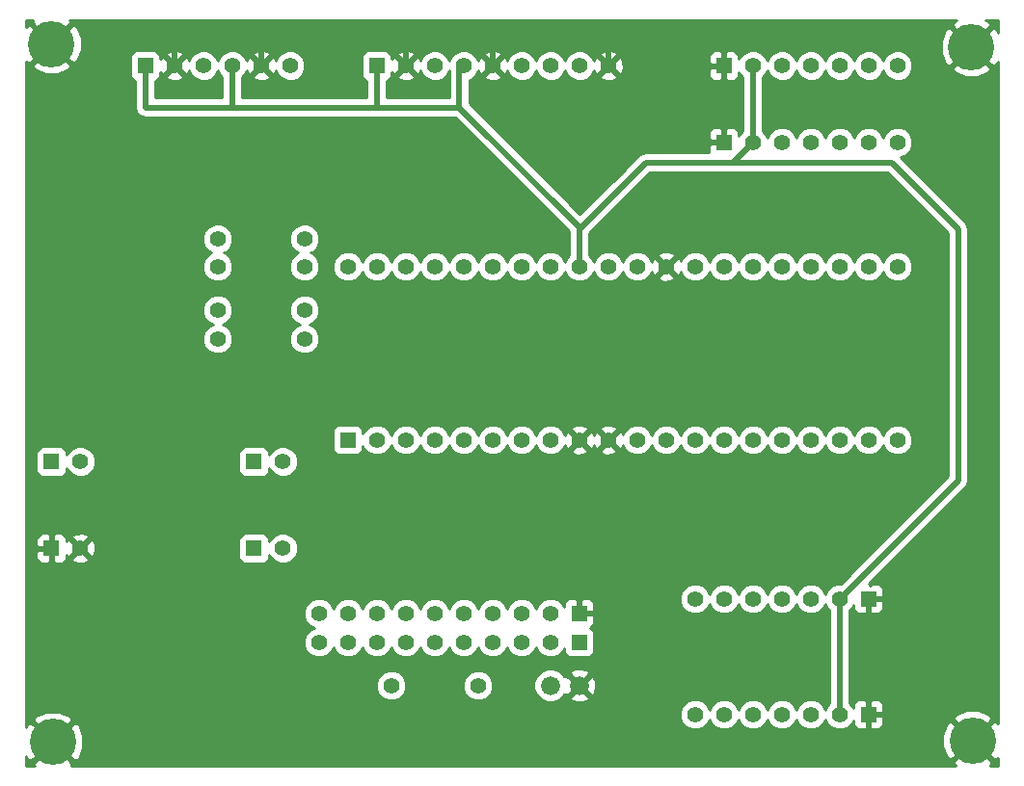
<source format=gtl>
G04 (created by PCBNEW (2013-07-07 BZR 4022)-stable) date 12/21/2016 6:33:19 PM*
%MOIN*%
G04 Gerber Fmt 3.4, Leading zero omitted, Abs format*
%FSLAX34Y34*%
G01*
G70*
G90*
G04 APERTURE LIST*
%ADD10C,0.00590551*%
%ADD11R,0.055X0.055*%
%ADD12C,0.055*%
%ADD13C,0.066*%
%ADD14C,0.16*%
%ADD15C,0.02*%
%ADD16C,0.01*%
G04 APERTURE END LIST*
G54D10*
G54D11*
X86000Y-54550D03*
G54D12*
X87000Y-54550D03*
X88000Y-54550D03*
X89000Y-54550D03*
X90000Y-54550D03*
X91000Y-54550D03*
X92000Y-54550D03*
X93000Y-54550D03*
X94000Y-54550D03*
G54D11*
X98000Y-54550D03*
G54D12*
X99000Y-54550D03*
X100000Y-54550D03*
X101000Y-54550D03*
X102000Y-54550D03*
X103000Y-54550D03*
X104000Y-54550D03*
G54D11*
X98000Y-57200D03*
G54D12*
X99000Y-57200D03*
X100000Y-57200D03*
X101000Y-57200D03*
X102000Y-57200D03*
X103000Y-57200D03*
X104000Y-57200D03*
G54D11*
X103000Y-77000D03*
G54D12*
X102000Y-77000D03*
X101000Y-77000D03*
X100000Y-77000D03*
X99000Y-77000D03*
X98000Y-77000D03*
X97000Y-77000D03*
G54D11*
X103000Y-73000D03*
G54D12*
X102000Y-73000D03*
X101000Y-73000D03*
X100000Y-73000D03*
X99000Y-73000D03*
X98000Y-73000D03*
X97000Y-73000D03*
G54D11*
X78000Y-54550D03*
G54D12*
X79000Y-54550D03*
X80000Y-54550D03*
X81000Y-54550D03*
X82000Y-54550D03*
X83000Y-54550D03*
G54D11*
X81750Y-68250D03*
G54D12*
X82750Y-68250D03*
G54D11*
X81750Y-71250D03*
G54D12*
X82750Y-71250D03*
G54D11*
X74750Y-71250D03*
G54D12*
X75750Y-71250D03*
G54D11*
X74750Y-68250D03*
G54D12*
X75750Y-68250D03*
G54D13*
X92000Y-76000D03*
X93000Y-76000D03*
G54D11*
X85000Y-67500D03*
G54D12*
X86000Y-67500D03*
X87000Y-67500D03*
X88000Y-67500D03*
X89000Y-67500D03*
X90000Y-67500D03*
X91000Y-67500D03*
X92000Y-67500D03*
X93000Y-67500D03*
X94000Y-67500D03*
X95000Y-67500D03*
X96000Y-67500D03*
X97000Y-67500D03*
X98000Y-67500D03*
X99000Y-67500D03*
X100000Y-67500D03*
X101000Y-67500D03*
X102000Y-67500D03*
X103000Y-67500D03*
X104000Y-67500D03*
X104000Y-61500D03*
X103000Y-61500D03*
X102000Y-61500D03*
X101000Y-61500D03*
X100000Y-61500D03*
X99000Y-61500D03*
X98000Y-61500D03*
X97000Y-61500D03*
X96000Y-61500D03*
X95000Y-61500D03*
X94000Y-61500D03*
X93000Y-61500D03*
X92000Y-61500D03*
X91000Y-61500D03*
X90000Y-61500D03*
X89000Y-61500D03*
X88000Y-61500D03*
X87000Y-61500D03*
X86000Y-61500D03*
X85000Y-61500D03*
G54D11*
X93000Y-73500D03*
G54D12*
X92000Y-73500D03*
X91000Y-73500D03*
X90000Y-73500D03*
X89000Y-73500D03*
X88000Y-73500D03*
X87000Y-73500D03*
X86000Y-73500D03*
X85000Y-73500D03*
X84000Y-73500D03*
G54D11*
X93000Y-74500D03*
G54D12*
X92000Y-74500D03*
X91000Y-74500D03*
X90000Y-74500D03*
X89000Y-74500D03*
X88000Y-74500D03*
X87000Y-74500D03*
X86000Y-74500D03*
X85000Y-74500D03*
X84000Y-74500D03*
X80500Y-63000D03*
X83500Y-63000D03*
G54D14*
X106600Y-77900D03*
X74800Y-77950D03*
X74750Y-53800D03*
X106550Y-53900D03*
G54D12*
X83500Y-61500D03*
X80500Y-61500D03*
X80500Y-64000D03*
X83500Y-64000D03*
X83500Y-60550D03*
X80500Y-60550D03*
X89500Y-76000D03*
X86500Y-76000D03*
G54D15*
X102000Y-73000D02*
X106100Y-68900D01*
X103800Y-57900D02*
X98300Y-57900D01*
X106100Y-60200D02*
X103800Y-57900D01*
X106100Y-68900D02*
X106100Y-60200D01*
X102000Y-77000D02*
X102000Y-73000D01*
X93000Y-60200D02*
X95300Y-57900D01*
X95300Y-57900D02*
X98300Y-57900D01*
X98300Y-57900D02*
X99000Y-57200D01*
X99000Y-57200D02*
X99000Y-54550D01*
X88850Y-56000D02*
X88850Y-54700D01*
X88850Y-54700D02*
X89000Y-54550D01*
X86000Y-56000D02*
X88850Y-56000D01*
X93000Y-60150D02*
X93000Y-60200D01*
X93000Y-60200D02*
X93000Y-61500D01*
X88850Y-56000D02*
X93000Y-60150D01*
X86000Y-54550D02*
X86000Y-56000D01*
X81000Y-54550D02*
X81000Y-56000D01*
X78000Y-56000D02*
X78000Y-54550D01*
X81000Y-56000D02*
X78000Y-56000D01*
X86000Y-56000D02*
X81000Y-56000D01*
X87000Y-53550D02*
X82000Y-53550D01*
X82000Y-54550D02*
X82000Y-53550D01*
X79000Y-53550D02*
X79000Y-54550D01*
X82000Y-53550D02*
X79000Y-53550D01*
X90000Y-53550D02*
X87000Y-53550D01*
X87000Y-53550D02*
X87000Y-54550D01*
X98000Y-53550D02*
X94000Y-53550D01*
X94000Y-53550D02*
X90000Y-53550D01*
X94000Y-53550D02*
X94000Y-54550D01*
X90000Y-53550D02*
X90000Y-54550D01*
X98000Y-53550D02*
X98000Y-54550D01*
X98000Y-57200D02*
X98000Y-54550D01*
G54D10*
G36*
X107480Y-78780D02*
X107196Y-78780D01*
X107276Y-78647D01*
X106600Y-77970D01*
X106529Y-78041D01*
X106529Y-77900D01*
X105852Y-77223D01*
X105705Y-77311D01*
X105548Y-77698D01*
X105551Y-78116D01*
X105705Y-78488D01*
X105852Y-78576D01*
X106529Y-77900D01*
X106529Y-78041D01*
X105923Y-78647D01*
X106003Y-78780D01*
X103525Y-78780D01*
X103525Y-77225D01*
X103525Y-76774D01*
X103525Y-73225D01*
X103525Y-73112D01*
X103462Y-73050D01*
X103050Y-73050D01*
X103050Y-73462D01*
X103112Y-73525D01*
X103324Y-73525D01*
X103416Y-73487D01*
X103486Y-73416D01*
X103524Y-73324D01*
X103525Y-73225D01*
X103525Y-76774D01*
X103524Y-76675D01*
X103486Y-76583D01*
X103416Y-76512D01*
X103324Y-76474D01*
X103112Y-76475D01*
X103050Y-76537D01*
X103050Y-76950D01*
X103462Y-76950D01*
X103525Y-76887D01*
X103525Y-76774D01*
X103525Y-77225D01*
X103525Y-77112D01*
X103462Y-77050D01*
X103050Y-77050D01*
X103050Y-77462D01*
X103112Y-77525D01*
X103324Y-77525D01*
X103416Y-77487D01*
X103486Y-77416D01*
X103524Y-77324D01*
X103525Y-77225D01*
X103525Y-78780D01*
X94297Y-78780D01*
X94297Y-67867D01*
X94000Y-67570D01*
X93929Y-67641D01*
X93929Y-67500D01*
X93632Y-67202D01*
X93539Y-67227D01*
X93503Y-67330D01*
X93460Y-67227D01*
X93367Y-67202D01*
X93297Y-67273D01*
X93297Y-67132D01*
X93272Y-67039D01*
X93075Y-66970D01*
X92867Y-66981D01*
X92727Y-67039D01*
X92702Y-67132D01*
X93000Y-67429D01*
X93297Y-67132D01*
X93297Y-67273D01*
X93070Y-67500D01*
X93367Y-67797D01*
X93460Y-67772D01*
X93496Y-67669D01*
X93539Y-67772D01*
X93632Y-67797D01*
X93929Y-67500D01*
X93929Y-67641D01*
X93702Y-67867D01*
X93727Y-67960D01*
X93924Y-68029D01*
X94132Y-68018D01*
X94272Y-67960D01*
X94297Y-67867D01*
X94297Y-78780D01*
X93584Y-78780D01*
X93584Y-76088D01*
X93574Y-75858D01*
X93525Y-75739D01*
X93525Y-74725D01*
X93525Y-74175D01*
X93487Y-74083D01*
X93416Y-74013D01*
X93385Y-74000D01*
X93416Y-73987D01*
X93486Y-73916D01*
X93524Y-73824D01*
X93525Y-73725D01*
X93525Y-73274D01*
X93524Y-73175D01*
X93486Y-73083D01*
X93416Y-73012D01*
X93324Y-72974D01*
X93297Y-72974D01*
X93297Y-67867D01*
X93000Y-67570D01*
X92929Y-67641D01*
X92929Y-67500D01*
X92632Y-67202D01*
X92539Y-67227D01*
X92500Y-67337D01*
X92445Y-67203D01*
X92297Y-67055D01*
X92104Y-66975D01*
X91896Y-66974D01*
X91703Y-67054D01*
X91555Y-67202D01*
X91499Y-67335D01*
X91445Y-67203D01*
X91297Y-67055D01*
X91104Y-66975D01*
X90896Y-66974D01*
X90703Y-67054D01*
X90555Y-67202D01*
X90499Y-67335D01*
X90445Y-67203D01*
X90297Y-67055D01*
X90104Y-66975D01*
X89896Y-66974D01*
X89703Y-67054D01*
X89555Y-67202D01*
X89499Y-67335D01*
X89445Y-67203D01*
X89297Y-67055D01*
X89104Y-66975D01*
X88896Y-66974D01*
X88703Y-67054D01*
X88555Y-67202D01*
X88499Y-67335D01*
X88445Y-67203D01*
X88297Y-67055D01*
X88104Y-66975D01*
X87896Y-66974D01*
X87703Y-67054D01*
X87555Y-67202D01*
X87499Y-67335D01*
X87445Y-67203D01*
X87297Y-67055D01*
X87104Y-66975D01*
X86896Y-66974D01*
X86703Y-67054D01*
X86555Y-67202D01*
X86499Y-67335D01*
X86445Y-67203D01*
X86297Y-67055D01*
X86104Y-66975D01*
X85896Y-66974D01*
X85703Y-67054D01*
X85555Y-67202D01*
X85525Y-67274D01*
X85525Y-67175D01*
X85487Y-67083D01*
X85416Y-67013D01*
X85324Y-66975D01*
X85225Y-66974D01*
X84675Y-66974D01*
X84583Y-67012D01*
X84513Y-67083D01*
X84475Y-67175D01*
X84474Y-67274D01*
X84474Y-67824D01*
X84512Y-67916D01*
X84583Y-67986D01*
X84675Y-68024D01*
X84774Y-68025D01*
X85324Y-68025D01*
X85416Y-67987D01*
X85486Y-67916D01*
X85524Y-67824D01*
X85525Y-67725D01*
X85525Y-67725D01*
X85554Y-67797D01*
X85702Y-67944D01*
X85895Y-68024D01*
X86103Y-68025D01*
X86297Y-67945D01*
X86444Y-67797D01*
X86500Y-67664D01*
X86554Y-67797D01*
X86702Y-67944D01*
X86895Y-68024D01*
X87103Y-68025D01*
X87297Y-67945D01*
X87444Y-67797D01*
X87500Y-67664D01*
X87554Y-67797D01*
X87702Y-67944D01*
X87895Y-68024D01*
X88103Y-68025D01*
X88297Y-67945D01*
X88444Y-67797D01*
X88500Y-67664D01*
X88554Y-67797D01*
X88702Y-67944D01*
X88895Y-68024D01*
X89103Y-68025D01*
X89297Y-67945D01*
X89444Y-67797D01*
X89500Y-67664D01*
X89554Y-67797D01*
X89702Y-67944D01*
X89895Y-68024D01*
X90103Y-68025D01*
X90297Y-67945D01*
X90444Y-67797D01*
X90500Y-67664D01*
X90554Y-67797D01*
X90702Y-67944D01*
X90895Y-68024D01*
X91103Y-68025D01*
X91297Y-67945D01*
X91444Y-67797D01*
X91500Y-67664D01*
X91554Y-67797D01*
X91702Y-67944D01*
X91895Y-68024D01*
X92103Y-68025D01*
X92297Y-67945D01*
X92444Y-67797D01*
X92497Y-67671D01*
X92539Y-67772D01*
X92632Y-67797D01*
X92929Y-67500D01*
X92929Y-67641D01*
X92702Y-67867D01*
X92727Y-67960D01*
X92924Y-68029D01*
X93132Y-68018D01*
X93272Y-67960D01*
X93297Y-67867D01*
X93297Y-72974D01*
X93112Y-72975D01*
X93050Y-73037D01*
X93050Y-73450D01*
X93462Y-73450D01*
X93525Y-73387D01*
X93525Y-73274D01*
X93525Y-73725D01*
X93525Y-73612D01*
X93462Y-73550D01*
X93050Y-73550D01*
X93050Y-73557D01*
X92950Y-73557D01*
X92950Y-73550D01*
X92942Y-73550D01*
X92942Y-73450D01*
X92950Y-73450D01*
X92950Y-73037D01*
X92887Y-72975D01*
X92675Y-72974D01*
X92583Y-73012D01*
X92513Y-73083D01*
X92475Y-73175D01*
X92474Y-73274D01*
X92474Y-73274D01*
X92445Y-73203D01*
X92297Y-73055D01*
X92104Y-72975D01*
X91896Y-72974D01*
X91703Y-73054D01*
X91555Y-73202D01*
X91499Y-73335D01*
X91445Y-73203D01*
X91297Y-73055D01*
X91104Y-72975D01*
X90896Y-72974D01*
X90703Y-73054D01*
X90555Y-73202D01*
X90499Y-73335D01*
X90445Y-73203D01*
X90297Y-73055D01*
X90104Y-72975D01*
X89896Y-72974D01*
X89703Y-73054D01*
X89555Y-73202D01*
X89499Y-73335D01*
X89445Y-73203D01*
X89297Y-73055D01*
X89104Y-72975D01*
X88896Y-72974D01*
X88703Y-73054D01*
X88555Y-73202D01*
X88499Y-73335D01*
X88445Y-73203D01*
X88297Y-73055D01*
X88104Y-72975D01*
X87896Y-72974D01*
X87703Y-73054D01*
X87555Y-73202D01*
X87499Y-73335D01*
X87445Y-73203D01*
X87297Y-73055D01*
X87104Y-72975D01*
X86896Y-72974D01*
X86703Y-73054D01*
X86555Y-73202D01*
X86499Y-73335D01*
X86445Y-73203D01*
X86297Y-73055D01*
X86104Y-72975D01*
X85896Y-72974D01*
X85703Y-73054D01*
X85555Y-73202D01*
X85499Y-73335D01*
X85445Y-73203D01*
X85297Y-73055D01*
X85104Y-72975D01*
X84896Y-72974D01*
X84703Y-73054D01*
X84555Y-73202D01*
X84499Y-73335D01*
X84445Y-73203D01*
X84297Y-73055D01*
X84104Y-72975D01*
X84025Y-72975D01*
X84025Y-63896D01*
X83945Y-63703D01*
X83797Y-63555D01*
X83664Y-63499D01*
X83797Y-63445D01*
X83944Y-63297D01*
X84024Y-63104D01*
X84025Y-62896D01*
X84025Y-61396D01*
X83945Y-61203D01*
X83797Y-61055D01*
X83725Y-61025D01*
X83797Y-60995D01*
X83944Y-60847D01*
X84024Y-60654D01*
X84025Y-60446D01*
X83945Y-60253D01*
X83797Y-60105D01*
X83604Y-60025D01*
X83396Y-60024D01*
X83203Y-60104D01*
X83055Y-60252D01*
X82975Y-60445D01*
X82974Y-60653D01*
X83054Y-60847D01*
X83202Y-60994D01*
X83274Y-61024D01*
X83203Y-61054D01*
X83055Y-61202D01*
X82975Y-61395D01*
X82974Y-61603D01*
X83054Y-61797D01*
X83202Y-61944D01*
X83395Y-62024D01*
X83603Y-62025D01*
X83797Y-61945D01*
X83944Y-61797D01*
X84024Y-61604D01*
X84025Y-61396D01*
X84025Y-62896D01*
X83945Y-62703D01*
X83797Y-62555D01*
X83604Y-62475D01*
X83396Y-62474D01*
X83203Y-62554D01*
X83055Y-62702D01*
X82975Y-62895D01*
X82974Y-63103D01*
X83054Y-63297D01*
X83202Y-63444D01*
X83335Y-63500D01*
X83203Y-63554D01*
X83055Y-63702D01*
X82975Y-63895D01*
X82974Y-64103D01*
X83054Y-64297D01*
X83202Y-64444D01*
X83395Y-64524D01*
X83603Y-64525D01*
X83797Y-64445D01*
X83944Y-64297D01*
X84024Y-64104D01*
X84025Y-63896D01*
X84025Y-72975D01*
X83896Y-72974D01*
X83703Y-73054D01*
X83555Y-73202D01*
X83475Y-73395D01*
X83474Y-73603D01*
X83554Y-73797D01*
X83702Y-73944D01*
X83835Y-74000D01*
X83703Y-74054D01*
X83555Y-74202D01*
X83475Y-74395D01*
X83474Y-74603D01*
X83554Y-74797D01*
X83702Y-74944D01*
X83895Y-75024D01*
X84103Y-75025D01*
X84297Y-74945D01*
X84444Y-74797D01*
X84500Y-74664D01*
X84554Y-74797D01*
X84702Y-74944D01*
X84895Y-75024D01*
X85103Y-75025D01*
X85297Y-74945D01*
X85444Y-74797D01*
X85500Y-74664D01*
X85554Y-74797D01*
X85702Y-74944D01*
X85895Y-75024D01*
X86103Y-75025D01*
X86297Y-74945D01*
X86444Y-74797D01*
X86500Y-74664D01*
X86554Y-74797D01*
X86702Y-74944D01*
X86895Y-75024D01*
X87103Y-75025D01*
X87297Y-74945D01*
X87444Y-74797D01*
X87500Y-74664D01*
X87554Y-74797D01*
X87702Y-74944D01*
X87895Y-75024D01*
X88103Y-75025D01*
X88297Y-74945D01*
X88444Y-74797D01*
X88500Y-74664D01*
X88554Y-74797D01*
X88702Y-74944D01*
X88895Y-75024D01*
X89103Y-75025D01*
X89297Y-74945D01*
X89444Y-74797D01*
X89500Y-74664D01*
X89554Y-74797D01*
X89702Y-74944D01*
X89895Y-75024D01*
X90103Y-75025D01*
X90297Y-74945D01*
X90444Y-74797D01*
X90500Y-74664D01*
X90554Y-74797D01*
X90702Y-74944D01*
X90895Y-75024D01*
X91103Y-75025D01*
X91297Y-74945D01*
X91444Y-74797D01*
X91500Y-74664D01*
X91554Y-74797D01*
X91702Y-74944D01*
X91895Y-75024D01*
X92103Y-75025D01*
X92297Y-74945D01*
X92444Y-74797D01*
X92474Y-74725D01*
X92474Y-74824D01*
X92512Y-74916D01*
X92583Y-74986D01*
X92675Y-75024D01*
X92774Y-75025D01*
X93324Y-75025D01*
X93416Y-74987D01*
X93486Y-74916D01*
X93524Y-74824D01*
X93525Y-74725D01*
X93525Y-75739D01*
X93506Y-75694D01*
X93407Y-75663D01*
X93336Y-75733D01*
X93336Y-75592D01*
X93305Y-75493D01*
X93088Y-75415D01*
X92858Y-75425D01*
X92694Y-75493D01*
X92663Y-75592D01*
X93000Y-75929D01*
X93336Y-75592D01*
X93336Y-75733D01*
X93070Y-76000D01*
X93407Y-76336D01*
X93506Y-76305D01*
X93584Y-76088D01*
X93584Y-78780D01*
X93336Y-78780D01*
X93336Y-76407D01*
X93000Y-76070D01*
X92929Y-76141D01*
X92929Y-76000D01*
X92592Y-75663D01*
X92500Y-75692D01*
X92491Y-75671D01*
X92328Y-75508D01*
X92115Y-75420D01*
X91885Y-75419D01*
X91671Y-75508D01*
X91508Y-75671D01*
X91420Y-75884D01*
X91419Y-76114D01*
X91508Y-76328D01*
X91671Y-76491D01*
X91884Y-76579D01*
X92114Y-76580D01*
X92328Y-76491D01*
X92491Y-76328D01*
X92500Y-76307D01*
X92592Y-76336D01*
X92929Y-76000D01*
X92929Y-76141D01*
X92663Y-76407D01*
X92694Y-76506D01*
X92911Y-76584D01*
X93141Y-76574D01*
X93305Y-76506D01*
X93336Y-76407D01*
X93336Y-78780D01*
X90025Y-78780D01*
X90025Y-75896D01*
X89945Y-75703D01*
X89797Y-75555D01*
X89604Y-75475D01*
X89396Y-75474D01*
X89203Y-75554D01*
X89055Y-75702D01*
X88975Y-75895D01*
X88974Y-76103D01*
X89054Y-76297D01*
X89202Y-76444D01*
X89395Y-76524D01*
X89603Y-76525D01*
X89797Y-76445D01*
X89944Y-76297D01*
X90024Y-76104D01*
X90025Y-75896D01*
X90025Y-78780D01*
X87025Y-78780D01*
X87025Y-75896D01*
X86945Y-75703D01*
X86797Y-75555D01*
X86604Y-75475D01*
X86396Y-75474D01*
X86203Y-75554D01*
X86055Y-75702D01*
X85975Y-75895D01*
X85974Y-76103D01*
X86054Y-76297D01*
X86202Y-76444D01*
X86395Y-76524D01*
X86603Y-76525D01*
X86797Y-76445D01*
X86944Y-76297D01*
X87024Y-76104D01*
X87025Y-75896D01*
X87025Y-78780D01*
X83275Y-78780D01*
X83275Y-71146D01*
X83275Y-68146D01*
X83195Y-67953D01*
X83047Y-67805D01*
X82854Y-67725D01*
X82646Y-67724D01*
X82453Y-67804D01*
X82305Y-67952D01*
X82275Y-68024D01*
X82275Y-67925D01*
X82237Y-67833D01*
X82166Y-67763D01*
X82074Y-67725D01*
X81975Y-67724D01*
X81425Y-67724D01*
X81333Y-67762D01*
X81263Y-67833D01*
X81225Y-67925D01*
X81224Y-68024D01*
X81224Y-68574D01*
X81262Y-68666D01*
X81333Y-68736D01*
X81425Y-68774D01*
X81524Y-68775D01*
X82074Y-68775D01*
X82166Y-68737D01*
X82236Y-68666D01*
X82274Y-68574D01*
X82275Y-68475D01*
X82275Y-68475D01*
X82304Y-68547D01*
X82452Y-68694D01*
X82645Y-68774D01*
X82853Y-68775D01*
X83047Y-68695D01*
X83194Y-68547D01*
X83274Y-68354D01*
X83275Y-68146D01*
X83275Y-71146D01*
X83195Y-70953D01*
X83047Y-70805D01*
X82854Y-70725D01*
X82646Y-70724D01*
X82453Y-70804D01*
X82305Y-70952D01*
X82275Y-71024D01*
X82275Y-70925D01*
X82237Y-70833D01*
X82166Y-70763D01*
X82074Y-70725D01*
X81975Y-70724D01*
X81425Y-70724D01*
X81333Y-70762D01*
X81263Y-70833D01*
X81225Y-70925D01*
X81224Y-71024D01*
X81224Y-71574D01*
X81262Y-71666D01*
X81333Y-71736D01*
X81425Y-71774D01*
X81524Y-71775D01*
X82074Y-71775D01*
X82166Y-71737D01*
X82236Y-71666D01*
X82274Y-71574D01*
X82275Y-71475D01*
X82275Y-71475D01*
X82304Y-71547D01*
X82452Y-71694D01*
X82645Y-71774D01*
X82853Y-71775D01*
X83047Y-71695D01*
X83194Y-71547D01*
X83274Y-71354D01*
X83275Y-71146D01*
X83275Y-78780D01*
X81025Y-78780D01*
X81025Y-63896D01*
X80945Y-63703D01*
X80797Y-63555D01*
X80664Y-63499D01*
X80797Y-63445D01*
X80944Y-63297D01*
X81024Y-63104D01*
X81025Y-62896D01*
X81025Y-61396D01*
X80945Y-61203D01*
X80797Y-61055D01*
X80725Y-61025D01*
X80797Y-60995D01*
X80944Y-60847D01*
X81024Y-60654D01*
X81025Y-60446D01*
X80945Y-60253D01*
X80797Y-60105D01*
X80604Y-60025D01*
X80396Y-60024D01*
X80203Y-60104D01*
X80055Y-60252D01*
X79975Y-60445D01*
X79974Y-60653D01*
X80054Y-60847D01*
X80202Y-60994D01*
X80274Y-61024D01*
X80203Y-61054D01*
X80055Y-61202D01*
X79975Y-61395D01*
X79974Y-61603D01*
X80054Y-61797D01*
X80202Y-61944D01*
X80395Y-62024D01*
X80603Y-62025D01*
X80797Y-61945D01*
X80944Y-61797D01*
X81024Y-61604D01*
X81025Y-61396D01*
X81025Y-62896D01*
X80945Y-62703D01*
X80797Y-62555D01*
X80604Y-62475D01*
X80396Y-62474D01*
X80203Y-62554D01*
X80055Y-62702D01*
X79975Y-62895D01*
X79974Y-63103D01*
X80054Y-63297D01*
X80202Y-63444D01*
X80335Y-63500D01*
X80203Y-63554D01*
X80055Y-63702D01*
X79975Y-63895D01*
X79974Y-64103D01*
X80054Y-64297D01*
X80202Y-64444D01*
X80395Y-64524D01*
X80603Y-64525D01*
X80797Y-64445D01*
X80944Y-64297D01*
X81024Y-64104D01*
X81025Y-63896D01*
X81025Y-78780D01*
X76279Y-78780D01*
X76279Y-71325D01*
X76275Y-71237D01*
X76275Y-68146D01*
X76195Y-67953D01*
X76047Y-67805D01*
X75854Y-67725D01*
X75801Y-67725D01*
X75801Y-54001D01*
X75798Y-53583D01*
X75644Y-53211D01*
X75497Y-53123D01*
X74820Y-53800D01*
X75497Y-54476D01*
X75644Y-54388D01*
X75801Y-54001D01*
X75801Y-67725D01*
X75646Y-67724D01*
X75453Y-67804D01*
X75426Y-67831D01*
X75426Y-54547D01*
X74750Y-53870D01*
X74073Y-54547D01*
X74161Y-54694D01*
X74548Y-54851D01*
X74966Y-54848D01*
X75338Y-54694D01*
X75426Y-54547D01*
X75426Y-67831D01*
X75305Y-67952D01*
X75275Y-68024D01*
X75275Y-67925D01*
X75237Y-67833D01*
X75166Y-67763D01*
X75074Y-67725D01*
X74975Y-67724D01*
X74425Y-67724D01*
X74333Y-67762D01*
X74263Y-67833D01*
X74225Y-67925D01*
X74224Y-68024D01*
X74224Y-68574D01*
X74262Y-68666D01*
X74333Y-68736D01*
X74425Y-68774D01*
X74524Y-68775D01*
X75074Y-68775D01*
X75166Y-68737D01*
X75236Y-68666D01*
X75274Y-68574D01*
X75275Y-68475D01*
X75275Y-68475D01*
X75304Y-68547D01*
X75452Y-68694D01*
X75645Y-68774D01*
X75853Y-68775D01*
X76047Y-68695D01*
X76194Y-68547D01*
X76274Y-68354D01*
X76275Y-68146D01*
X76275Y-71237D01*
X76268Y-71117D01*
X76210Y-70977D01*
X76117Y-70952D01*
X76047Y-71023D01*
X76047Y-70882D01*
X76022Y-70789D01*
X75825Y-70720D01*
X75617Y-70731D01*
X75477Y-70789D01*
X75452Y-70882D01*
X75750Y-71179D01*
X76047Y-70882D01*
X76047Y-71023D01*
X75820Y-71250D01*
X76117Y-71547D01*
X76210Y-71522D01*
X76279Y-71325D01*
X76279Y-78780D01*
X76047Y-78780D01*
X76047Y-71617D01*
X75750Y-71320D01*
X75679Y-71391D01*
X75679Y-71250D01*
X75382Y-70952D01*
X75289Y-70977D01*
X75275Y-71018D01*
X75274Y-70925D01*
X75236Y-70833D01*
X75166Y-70762D01*
X75074Y-70724D01*
X74862Y-70725D01*
X74800Y-70787D01*
X74800Y-71200D01*
X74807Y-71200D01*
X74807Y-71300D01*
X74800Y-71300D01*
X74800Y-71712D01*
X74862Y-71775D01*
X75074Y-71775D01*
X75166Y-71737D01*
X75236Y-71666D01*
X75274Y-71574D01*
X75275Y-71487D01*
X75289Y-71522D01*
X75382Y-71547D01*
X75679Y-71250D01*
X75679Y-71391D01*
X75452Y-71617D01*
X75477Y-71710D01*
X75674Y-71779D01*
X75882Y-71768D01*
X76022Y-71710D01*
X76047Y-71617D01*
X76047Y-78780D01*
X75851Y-78780D01*
X75851Y-78151D01*
X75848Y-77733D01*
X75694Y-77361D01*
X75547Y-77273D01*
X75476Y-77344D01*
X75476Y-77202D01*
X75388Y-77055D01*
X75001Y-76898D01*
X74700Y-76900D01*
X74700Y-71712D01*
X74700Y-71300D01*
X74700Y-71200D01*
X74700Y-70787D01*
X74637Y-70725D01*
X74425Y-70724D01*
X74333Y-70762D01*
X74263Y-70833D01*
X74225Y-70925D01*
X74224Y-71024D01*
X74225Y-71137D01*
X74287Y-71200D01*
X74700Y-71200D01*
X74700Y-71300D01*
X74287Y-71300D01*
X74225Y-71362D01*
X74224Y-71475D01*
X74225Y-71574D01*
X74263Y-71666D01*
X74333Y-71737D01*
X74425Y-71775D01*
X74637Y-71775D01*
X74700Y-71712D01*
X74700Y-76900D01*
X74583Y-76901D01*
X74211Y-77055D01*
X74123Y-77202D01*
X74800Y-77879D01*
X75476Y-77202D01*
X75476Y-77344D01*
X74870Y-77950D01*
X75547Y-78626D01*
X75694Y-78538D01*
X75851Y-78151D01*
X75851Y-78780D01*
X75426Y-78780D01*
X75476Y-78697D01*
X74800Y-78020D01*
X74123Y-78697D01*
X74173Y-78780D01*
X73869Y-78780D01*
X73869Y-78451D01*
X73905Y-78538D01*
X74052Y-78626D01*
X74729Y-77950D01*
X74052Y-77273D01*
X73905Y-77361D01*
X73869Y-77450D01*
X73869Y-54396D01*
X74002Y-54476D01*
X74679Y-53800D01*
X74002Y-53123D01*
X73869Y-53203D01*
X73869Y-52969D01*
X74123Y-52969D01*
X74073Y-53052D01*
X74750Y-53729D01*
X75426Y-53052D01*
X75376Y-52969D01*
X106048Y-52969D01*
X105961Y-53005D01*
X105873Y-53152D01*
X106550Y-53829D01*
X107226Y-53152D01*
X107138Y-53005D01*
X107049Y-52969D01*
X107480Y-52969D01*
X107480Y-53398D01*
X107444Y-53311D01*
X107297Y-53223D01*
X106620Y-53900D01*
X107297Y-54576D01*
X107444Y-54488D01*
X107480Y-54399D01*
X107480Y-77303D01*
X107347Y-77223D01*
X107276Y-77294D01*
X107276Y-77152D01*
X107226Y-77069D01*
X107226Y-54647D01*
X106550Y-53970D01*
X106479Y-54041D01*
X106479Y-53900D01*
X105802Y-53223D01*
X105655Y-53311D01*
X105498Y-53698D01*
X105501Y-54116D01*
X105655Y-54488D01*
X105802Y-54576D01*
X106479Y-53900D01*
X106479Y-54041D01*
X105873Y-54647D01*
X105961Y-54794D01*
X106348Y-54951D01*
X106766Y-54948D01*
X107138Y-54794D01*
X107226Y-54647D01*
X107226Y-77069D01*
X107188Y-77005D01*
X106801Y-76848D01*
X106450Y-76851D01*
X106450Y-68900D01*
X106450Y-60200D01*
X106423Y-60066D01*
X106347Y-59952D01*
X106347Y-59952D01*
X104115Y-57720D01*
X104297Y-57645D01*
X104444Y-57497D01*
X104524Y-57304D01*
X104525Y-57096D01*
X104445Y-56903D01*
X104297Y-56755D01*
X104104Y-56675D01*
X103896Y-56674D01*
X103703Y-56754D01*
X103555Y-56902D01*
X103499Y-57035D01*
X103445Y-56903D01*
X103297Y-56755D01*
X103104Y-56675D01*
X102896Y-56674D01*
X102703Y-56754D01*
X102555Y-56902D01*
X102499Y-57035D01*
X102445Y-56903D01*
X102297Y-56755D01*
X102104Y-56675D01*
X101896Y-56674D01*
X101703Y-56754D01*
X101555Y-56902D01*
X101499Y-57035D01*
X101445Y-56903D01*
X101297Y-56755D01*
X101104Y-56675D01*
X100896Y-56674D01*
X100703Y-56754D01*
X100555Y-56902D01*
X100499Y-57035D01*
X100445Y-56903D01*
X100297Y-56755D01*
X100104Y-56675D01*
X99896Y-56674D01*
X99703Y-56754D01*
X99555Y-56902D01*
X99499Y-57035D01*
X99445Y-56903D01*
X99350Y-56807D01*
X99350Y-54942D01*
X99444Y-54847D01*
X99500Y-54714D01*
X99554Y-54847D01*
X99702Y-54994D01*
X99895Y-55074D01*
X100103Y-55075D01*
X100297Y-54995D01*
X100444Y-54847D01*
X100500Y-54714D01*
X100554Y-54847D01*
X100702Y-54994D01*
X100895Y-55074D01*
X101103Y-55075D01*
X101297Y-54995D01*
X101444Y-54847D01*
X101500Y-54714D01*
X101554Y-54847D01*
X101702Y-54994D01*
X101895Y-55074D01*
X102103Y-55075D01*
X102297Y-54995D01*
X102444Y-54847D01*
X102500Y-54714D01*
X102554Y-54847D01*
X102702Y-54994D01*
X102895Y-55074D01*
X103103Y-55075D01*
X103297Y-54995D01*
X103444Y-54847D01*
X103500Y-54714D01*
X103554Y-54847D01*
X103702Y-54994D01*
X103895Y-55074D01*
X104103Y-55075D01*
X104297Y-54995D01*
X104444Y-54847D01*
X104524Y-54654D01*
X104525Y-54446D01*
X104445Y-54253D01*
X104297Y-54105D01*
X104104Y-54025D01*
X103896Y-54024D01*
X103703Y-54104D01*
X103555Y-54252D01*
X103499Y-54385D01*
X103445Y-54253D01*
X103297Y-54105D01*
X103104Y-54025D01*
X102896Y-54024D01*
X102703Y-54104D01*
X102555Y-54252D01*
X102499Y-54385D01*
X102445Y-54253D01*
X102297Y-54105D01*
X102104Y-54025D01*
X101896Y-54024D01*
X101703Y-54104D01*
X101555Y-54252D01*
X101499Y-54385D01*
X101445Y-54253D01*
X101297Y-54105D01*
X101104Y-54025D01*
X100896Y-54024D01*
X100703Y-54104D01*
X100555Y-54252D01*
X100499Y-54385D01*
X100445Y-54253D01*
X100297Y-54105D01*
X100104Y-54025D01*
X99896Y-54024D01*
X99703Y-54104D01*
X99555Y-54252D01*
X99499Y-54385D01*
X99445Y-54253D01*
X99297Y-54105D01*
X99104Y-54025D01*
X98896Y-54024D01*
X98703Y-54104D01*
X98555Y-54252D01*
X98525Y-54324D01*
X98525Y-54324D01*
X98524Y-54225D01*
X98486Y-54133D01*
X98416Y-54062D01*
X98324Y-54024D01*
X98112Y-54025D01*
X98050Y-54087D01*
X98050Y-54500D01*
X98057Y-54500D01*
X98057Y-54600D01*
X98050Y-54600D01*
X98050Y-55012D01*
X98112Y-55075D01*
X98324Y-55075D01*
X98416Y-55037D01*
X98486Y-54966D01*
X98524Y-54874D01*
X98525Y-54775D01*
X98525Y-54775D01*
X98554Y-54847D01*
X98650Y-54942D01*
X98650Y-56807D01*
X98555Y-56902D01*
X98525Y-56974D01*
X98525Y-56974D01*
X98524Y-56875D01*
X98486Y-56783D01*
X98416Y-56712D01*
X98324Y-56674D01*
X98112Y-56675D01*
X98050Y-56737D01*
X98050Y-57150D01*
X98057Y-57150D01*
X98057Y-57250D01*
X98050Y-57250D01*
X98050Y-57257D01*
X97950Y-57257D01*
X97950Y-57250D01*
X97950Y-57150D01*
X97950Y-56737D01*
X97950Y-55012D01*
X97950Y-54600D01*
X97950Y-54500D01*
X97950Y-54087D01*
X97887Y-54025D01*
X97675Y-54024D01*
X97583Y-54062D01*
X97513Y-54133D01*
X97475Y-54225D01*
X97474Y-54324D01*
X97475Y-54437D01*
X97537Y-54500D01*
X97950Y-54500D01*
X97950Y-54600D01*
X97537Y-54600D01*
X97475Y-54662D01*
X97474Y-54775D01*
X97475Y-54874D01*
X97513Y-54966D01*
X97583Y-55037D01*
X97675Y-55075D01*
X97887Y-55075D01*
X97950Y-55012D01*
X97950Y-56737D01*
X97887Y-56675D01*
X97675Y-56674D01*
X97583Y-56712D01*
X97513Y-56783D01*
X97475Y-56875D01*
X97474Y-56974D01*
X97475Y-57087D01*
X97537Y-57150D01*
X97950Y-57150D01*
X97950Y-57250D01*
X97537Y-57250D01*
X97475Y-57312D01*
X97474Y-57425D01*
X97475Y-57524D01*
X97485Y-57550D01*
X95300Y-57550D01*
X95166Y-57576D01*
X95052Y-57652D01*
X95052Y-57652D01*
X94529Y-58175D01*
X94529Y-54625D01*
X94518Y-54417D01*
X94460Y-54277D01*
X94367Y-54252D01*
X94297Y-54323D01*
X94297Y-54182D01*
X94272Y-54089D01*
X94075Y-54020D01*
X93867Y-54031D01*
X93727Y-54089D01*
X93702Y-54182D01*
X94000Y-54479D01*
X94297Y-54182D01*
X94297Y-54323D01*
X94070Y-54550D01*
X94367Y-54847D01*
X94460Y-54822D01*
X94529Y-54625D01*
X94529Y-58175D01*
X94297Y-58407D01*
X94297Y-54917D01*
X94000Y-54620D01*
X93929Y-54691D01*
X93929Y-54550D01*
X93632Y-54252D01*
X93539Y-54277D01*
X93500Y-54387D01*
X93445Y-54253D01*
X93297Y-54105D01*
X93104Y-54025D01*
X92896Y-54024D01*
X92703Y-54104D01*
X92555Y-54252D01*
X92499Y-54385D01*
X92445Y-54253D01*
X92297Y-54105D01*
X92104Y-54025D01*
X91896Y-54024D01*
X91703Y-54104D01*
X91555Y-54252D01*
X91499Y-54385D01*
X91445Y-54253D01*
X91297Y-54105D01*
X91104Y-54025D01*
X90896Y-54024D01*
X90703Y-54104D01*
X90555Y-54252D01*
X90502Y-54378D01*
X90460Y-54277D01*
X90367Y-54252D01*
X90297Y-54323D01*
X90297Y-54182D01*
X90272Y-54089D01*
X90075Y-54020D01*
X89867Y-54031D01*
X89727Y-54089D01*
X89702Y-54182D01*
X90000Y-54479D01*
X90297Y-54182D01*
X90297Y-54323D01*
X90070Y-54550D01*
X90367Y-54847D01*
X90460Y-54822D01*
X90499Y-54712D01*
X90554Y-54847D01*
X90702Y-54994D01*
X90895Y-55074D01*
X91103Y-55075D01*
X91297Y-54995D01*
X91444Y-54847D01*
X91500Y-54714D01*
X91554Y-54847D01*
X91702Y-54994D01*
X91895Y-55074D01*
X92103Y-55075D01*
X92297Y-54995D01*
X92444Y-54847D01*
X92500Y-54714D01*
X92554Y-54847D01*
X92702Y-54994D01*
X92895Y-55074D01*
X93103Y-55075D01*
X93297Y-54995D01*
X93444Y-54847D01*
X93497Y-54721D01*
X93539Y-54822D01*
X93632Y-54847D01*
X93929Y-54550D01*
X93929Y-54691D01*
X93702Y-54917D01*
X93727Y-55010D01*
X93924Y-55079D01*
X94132Y-55068D01*
X94272Y-55010D01*
X94297Y-54917D01*
X94297Y-58407D01*
X93025Y-59680D01*
X90297Y-56952D01*
X90297Y-54917D01*
X90000Y-54620D01*
X89702Y-54917D01*
X89727Y-55010D01*
X89924Y-55079D01*
X90132Y-55068D01*
X90272Y-55010D01*
X90297Y-54917D01*
X90297Y-56952D01*
X89200Y-55855D01*
X89200Y-55035D01*
X89297Y-54995D01*
X89444Y-54847D01*
X89497Y-54721D01*
X89539Y-54822D01*
X89632Y-54847D01*
X89929Y-54550D01*
X89632Y-54252D01*
X89539Y-54277D01*
X89500Y-54387D01*
X89445Y-54253D01*
X89297Y-54105D01*
X89104Y-54025D01*
X88896Y-54024D01*
X88703Y-54104D01*
X88555Y-54252D01*
X88499Y-54385D01*
X88445Y-54253D01*
X88297Y-54105D01*
X88104Y-54025D01*
X87896Y-54024D01*
X87703Y-54104D01*
X87555Y-54252D01*
X87502Y-54378D01*
X87460Y-54277D01*
X87367Y-54252D01*
X87297Y-54323D01*
X87297Y-54182D01*
X87272Y-54089D01*
X87075Y-54020D01*
X86867Y-54031D01*
X86727Y-54089D01*
X86702Y-54182D01*
X87000Y-54479D01*
X87297Y-54182D01*
X87297Y-54323D01*
X87070Y-54550D01*
X87367Y-54847D01*
X87460Y-54822D01*
X87499Y-54712D01*
X87554Y-54847D01*
X87702Y-54994D01*
X87895Y-55074D01*
X88103Y-55075D01*
X88297Y-54995D01*
X88444Y-54847D01*
X88500Y-54714D01*
X88500Y-55650D01*
X87297Y-55650D01*
X87297Y-54917D01*
X87000Y-54620D01*
X86702Y-54917D01*
X86727Y-55010D01*
X86924Y-55079D01*
X87132Y-55068D01*
X87272Y-55010D01*
X87297Y-54917D01*
X87297Y-55650D01*
X86350Y-55650D01*
X86350Y-55064D01*
X86416Y-55037D01*
X86486Y-54966D01*
X86524Y-54874D01*
X86525Y-54787D01*
X86539Y-54822D01*
X86632Y-54847D01*
X86929Y-54550D01*
X86632Y-54252D01*
X86539Y-54277D01*
X86525Y-54318D01*
X86525Y-54225D01*
X86487Y-54133D01*
X86416Y-54063D01*
X86324Y-54025D01*
X86225Y-54024D01*
X85675Y-54024D01*
X85583Y-54062D01*
X85513Y-54133D01*
X85475Y-54225D01*
X85474Y-54324D01*
X85474Y-54874D01*
X85512Y-54966D01*
X85583Y-55036D01*
X85650Y-55064D01*
X85650Y-55650D01*
X83525Y-55650D01*
X83525Y-54446D01*
X83445Y-54253D01*
X83297Y-54105D01*
X83104Y-54025D01*
X82896Y-54024D01*
X82703Y-54104D01*
X82555Y-54252D01*
X82502Y-54378D01*
X82460Y-54277D01*
X82367Y-54252D01*
X82297Y-54323D01*
X82297Y-54182D01*
X82272Y-54089D01*
X82075Y-54020D01*
X81867Y-54031D01*
X81727Y-54089D01*
X81702Y-54182D01*
X82000Y-54479D01*
X82297Y-54182D01*
X82297Y-54323D01*
X82070Y-54550D01*
X82367Y-54847D01*
X82460Y-54822D01*
X82499Y-54712D01*
X82554Y-54847D01*
X82702Y-54994D01*
X82895Y-55074D01*
X83103Y-55075D01*
X83297Y-54995D01*
X83444Y-54847D01*
X83524Y-54654D01*
X83525Y-54446D01*
X83525Y-55650D01*
X82297Y-55650D01*
X82297Y-54917D01*
X82000Y-54620D01*
X81702Y-54917D01*
X81727Y-55010D01*
X81924Y-55079D01*
X82132Y-55068D01*
X82272Y-55010D01*
X82297Y-54917D01*
X82297Y-55650D01*
X81350Y-55650D01*
X81350Y-54942D01*
X81444Y-54847D01*
X81497Y-54721D01*
X81539Y-54822D01*
X81632Y-54847D01*
X81929Y-54550D01*
X81632Y-54252D01*
X81539Y-54277D01*
X81500Y-54387D01*
X81445Y-54253D01*
X81297Y-54105D01*
X81104Y-54025D01*
X80896Y-54024D01*
X80703Y-54104D01*
X80555Y-54252D01*
X80499Y-54385D01*
X80445Y-54253D01*
X80297Y-54105D01*
X80104Y-54025D01*
X79896Y-54024D01*
X79703Y-54104D01*
X79555Y-54252D01*
X79502Y-54378D01*
X79460Y-54277D01*
X79367Y-54252D01*
X79297Y-54323D01*
X79297Y-54182D01*
X79272Y-54089D01*
X79075Y-54020D01*
X78867Y-54031D01*
X78727Y-54089D01*
X78702Y-54182D01*
X79000Y-54479D01*
X79297Y-54182D01*
X79297Y-54323D01*
X79070Y-54550D01*
X79367Y-54847D01*
X79460Y-54822D01*
X79499Y-54712D01*
X79554Y-54847D01*
X79702Y-54994D01*
X79895Y-55074D01*
X80103Y-55075D01*
X80297Y-54995D01*
X80444Y-54847D01*
X80500Y-54714D01*
X80554Y-54847D01*
X80650Y-54942D01*
X80650Y-55650D01*
X79297Y-55650D01*
X79297Y-54917D01*
X79000Y-54620D01*
X78702Y-54917D01*
X78727Y-55010D01*
X78924Y-55079D01*
X79132Y-55068D01*
X79272Y-55010D01*
X79297Y-54917D01*
X79297Y-55650D01*
X78350Y-55650D01*
X78350Y-55064D01*
X78416Y-55037D01*
X78486Y-54966D01*
X78524Y-54874D01*
X78525Y-54787D01*
X78539Y-54822D01*
X78632Y-54847D01*
X78929Y-54550D01*
X78632Y-54252D01*
X78539Y-54277D01*
X78525Y-54318D01*
X78525Y-54225D01*
X78487Y-54133D01*
X78416Y-54063D01*
X78324Y-54025D01*
X78225Y-54024D01*
X77675Y-54024D01*
X77583Y-54062D01*
X77513Y-54133D01*
X77475Y-54225D01*
X77474Y-54324D01*
X77474Y-54874D01*
X77512Y-54966D01*
X77583Y-55036D01*
X77650Y-55064D01*
X77650Y-56000D01*
X77676Y-56133D01*
X77752Y-56247D01*
X77866Y-56323D01*
X78000Y-56350D01*
X81000Y-56350D01*
X86000Y-56350D01*
X88705Y-56350D01*
X92650Y-60294D01*
X92650Y-61107D01*
X92555Y-61202D01*
X92499Y-61335D01*
X92445Y-61203D01*
X92297Y-61055D01*
X92104Y-60975D01*
X91896Y-60974D01*
X91703Y-61054D01*
X91555Y-61202D01*
X91499Y-61335D01*
X91445Y-61203D01*
X91297Y-61055D01*
X91104Y-60975D01*
X90896Y-60974D01*
X90703Y-61054D01*
X90555Y-61202D01*
X90499Y-61335D01*
X90445Y-61203D01*
X90297Y-61055D01*
X90104Y-60975D01*
X89896Y-60974D01*
X89703Y-61054D01*
X89555Y-61202D01*
X89499Y-61335D01*
X89445Y-61203D01*
X89297Y-61055D01*
X89104Y-60975D01*
X88896Y-60974D01*
X88703Y-61054D01*
X88555Y-61202D01*
X88499Y-61335D01*
X88445Y-61203D01*
X88297Y-61055D01*
X88104Y-60975D01*
X87896Y-60974D01*
X87703Y-61054D01*
X87555Y-61202D01*
X87499Y-61335D01*
X87445Y-61203D01*
X87297Y-61055D01*
X87104Y-60975D01*
X86896Y-60974D01*
X86703Y-61054D01*
X86555Y-61202D01*
X86499Y-61335D01*
X86445Y-61203D01*
X86297Y-61055D01*
X86104Y-60975D01*
X85896Y-60974D01*
X85703Y-61054D01*
X85555Y-61202D01*
X85499Y-61335D01*
X85445Y-61203D01*
X85297Y-61055D01*
X85104Y-60975D01*
X84896Y-60974D01*
X84703Y-61054D01*
X84555Y-61202D01*
X84475Y-61395D01*
X84474Y-61603D01*
X84554Y-61797D01*
X84702Y-61944D01*
X84895Y-62024D01*
X85103Y-62025D01*
X85297Y-61945D01*
X85444Y-61797D01*
X85500Y-61664D01*
X85554Y-61797D01*
X85702Y-61944D01*
X85895Y-62024D01*
X86103Y-62025D01*
X86297Y-61945D01*
X86444Y-61797D01*
X86500Y-61664D01*
X86554Y-61797D01*
X86702Y-61944D01*
X86895Y-62024D01*
X87103Y-62025D01*
X87297Y-61945D01*
X87444Y-61797D01*
X87500Y-61664D01*
X87554Y-61797D01*
X87702Y-61944D01*
X87895Y-62024D01*
X88103Y-62025D01*
X88297Y-61945D01*
X88444Y-61797D01*
X88500Y-61664D01*
X88554Y-61797D01*
X88702Y-61944D01*
X88895Y-62024D01*
X89103Y-62025D01*
X89297Y-61945D01*
X89444Y-61797D01*
X89500Y-61664D01*
X89554Y-61797D01*
X89702Y-61944D01*
X89895Y-62024D01*
X90103Y-62025D01*
X90297Y-61945D01*
X90444Y-61797D01*
X90500Y-61664D01*
X90554Y-61797D01*
X90702Y-61944D01*
X90895Y-62024D01*
X91103Y-62025D01*
X91297Y-61945D01*
X91444Y-61797D01*
X91500Y-61664D01*
X91554Y-61797D01*
X91702Y-61944D01*
X91895Y-62024D01*
X92103Y-62025D01*
X92297Y-61945D01*
X92444Y-61797D01*
X92500Y-61664D01*
X92554Y-61797D01*
X92702Y-61944D01*
X92895Y-62024D01*
X93103Y-62025D01*
X93297Y-61945D01*
X93444Y-61797D01*
X93500Y-61664D01*
X93554Y-61797D01*
X93702Y-61944D01*
X93895Y-62024D01*
X94103Y-62025D01*
X94297Y-61945D01*
X94444Y-61797D01*
X94500Y-61664D01*
X94554Y-61797D01*
X94702Y-61944D01*
X94895Y-62024D01*
X95103Y-62025D01*
X95297Y-61945D01*
X95444Y-61797D01*
X95497Y-61671D01*
X95539Y-61772D01*
X95632Y-61797D01*
X95929Y-61500D01*
X95632Y-61202D01*
X95539Y-61227D01*
X95500Y-61337D01*
X95445Y-61203D01*
X95297Y-61055D01*
X95104Y-60975D01*
X94896Y-60974D01*
X94703Y-61054D01*
X94555Y-61202D01*
X94499Y-61335D01*
X94445Y-61203D01*
X94297Y-61055D01*
X94104Y-60975D01*
X93896Y-60974D01*
X93703Y-61054D01*
X93555Y-61202D01*
X93499Y-61335D01*
X93445Y-61203D01*
X93350Y-61107D01*
X93350Y-60344D01*
X95444Y-58250D01*
X98300Y-58250D01*
X103655Y-58250D01*
X105750Y-60344D01*
X105750Y-68755D01*
X104525Y-69979D01*
X104525Y-67396D01*
X104525Y-61396D01*
X104445Y-61203D01*
X104297Y-61055D01*
X104104Y-60975D01*
X103896Y-60974D01*
X103703Y-61054D01*
X103555Y-61202D01*
X103499Y-61335D01*
X103445Y-61203D01*
X103297Y-61055D01*
X103104Y-60975D01*
X102896Y-60974D01*
X102703Y-61054D01*
X102555Y-61202D01*
X102499Y-61335D01*
X102445Y-61203D01*
X102297Y-61055D01*
X102104Y-60975D01*
X101896Y-60974D01*
X101703Y-61054D01*
X101555Y-61202D01*
X101499Y-61335D01*
X101445Y-61203D01*
X101297Y-61055D01*
X101104Y-60975D01*
X100896Y-60974D01*
X100703Y-61054D01*
X100555Y-61202D01*
X100499Y-61335D01*
X100445Y-61203D01*
X100297Y-61055D01*
X100104Y-60975D01*
X99896Y-60974D01*
X99703Y-61054D01*
X99555Y-61202D01*
X99499Y-61335D01*
X99445Y-61203D01*
X99297Y-61055D01*
X99104Y-60975D01*
X98896Y-60974D01*
X98703Y-61054D01*
X98555Y-61202D01*
X98499Y-61335D01*
X98445Y-61203D01*
X98297Y-61055D01*
X98104Y-60975D01*
X97896Y-60974D01*
X97703Y-61054D01*
X97555Y-61202D01*
X97499Y-61335D01*
X97445Y-61203D01*
X97297Y-61055D01*
X97104Y-60975D01*
X96896Y-60974D01*
X96703Y-61054D01*
X96555Y-61202D01*
X96502Y-61328D01*
X96460Y-61227D01*
X96367Y-61202D01*
X96297Y-61273D01*
X96297Y-61132D01*
X96272Y-61039D01*
X96075Y-60970D01*
X95867Y-60981D01*
X95727Y-61039D01*
X95702Y-61132D01*
X96000Y-61429D01*
X96297Y-61132D01*
X96297Y-61273D01*
X96070Y-61500D01*
X96367Y-61797D01*
X96460Y-61772D01*
X96499Y-61662D01*
X96554Y-61797D01*
X96702Y-61944D01*
X96895Y-62024D01*
X97103Y-62025D01*
X97297Y-61945D01*
X97444Y-61797D01*
X97500Y-61664D01*
X97554Y-61797D01*
X97702Y-61944D01*
X97895Y-62024D01*
X98103Y-62025D01*
X98297Y-61945D01*
X98444Y-61797D01*
X98500Y-61664D01*
X98554Y-61797D01*
X98702Y-61944D01*
X98895Y-62024D01*
X99103Y-62025D01*
X99297Y-61945D01*
X99444Y-61797D01*
X99500Y-61664D01*
X99554Y-61797D01*
X99702Y-61944D01*
X99895Y-62024D01*
X100103Y-62025D01*
X100297Y-61945D01*
X100444Y-61797D01*
X100500Y-61664D01*
X100554Y-61797D01*
X100702Y-61944D01*
X100895Y-62024D01*
X101103Y-62025D01*
X101297Y-61945D01*
X101444Y-61797D01*
X101500Y-61664D01*
X101554Y-61797D01*
X101702Y-61944D01*
X101895Y-62024D01*
X102103Y-62025D01*
X102297Y-61945D01*
X102444Y-61797D01*
X102500Y-61664D01*
X102554Y-61797D01*
X102702Y-61944D01*
X102895Y-62024D01*
X103103Y-62025D01*
X103297Y-61945D01*
X103444Y-61797D01*
X103500Y-61664D01*
X103554Y-61797D01*
X103702Y-61944D01*
X103895Y-62024D01*
X104103Y-62025D01*
X104297Y-61945D01*
X104444Y-61797D01*
X104524Y-61604D01*
X104525Y-61396D01*
X104525Y-67396D01*
X104445Y-67203D01*
X104297Y-67055D01*
X104104Y-66975D01*
X103896Y-66974D01*
X103703Y-67054D01*
X103555Y-67202D01*
X103499Y-67335D01*
X103445Y-67203D01*
X103297Y-67055D01*
X103104Y-66975D01*
X102896Y-66974D01*
X102703Y-67054D01*
X102555Y-67202D01*
X102499Y-67335D01*
X102445Y-67203D01*
X102297Y-67055D01*
X102104Y-66975D01*
X101896Y-66974D01*
X101703Y-67054D01*
X101555Y-67202D01*
X101499Y-67335D01*
X101445Y-67203D01*
X101297Y-67055D01*
X101104Y-66975D01*
X100896Y-66974D01*
X100703Y-67054D01*
X100555Y-67202D01*
X100499Y-67335D01*
X100445Y-67203D01*
X100297Y-67055D01*
X100104Y-66975D01*
X99896Y-66974D01*
X99703Y-67054D01*
X99555Y-67202D01*
X99499Y-67335D01*
X99445Y-67203D01*
X99297Y-67055D01*
X99104Y-66975D01*
X98896Y-66974D01*
X98703Y-67054D01*
X98555Y-67202D01*
X98499Y-67335D01*
X98445Y-67203D01*
X98297Y-67055D01*
X98104Y-66975D01*
X97896Y-66974D01*
X97703Y-67054D01*
X97555Y-67202D01*
X97499Y-67335D01*
X97445Y-67203D01*
X97297Y-67055D01*
X97104Y-66975D01*
X96896Y-66974D01*
X96703Y-67054D01*
X96555Y-67202D01*
X96499Y-67335D01*
X96445Y-67203D01*
X96297Y-67055D01*
X96297Y-67054D01*
X96297Y-61867D01*
X96000Y-61570D01*
X95702Y-61867D01*
X95727Y-61960D01*
X95924Y-62029D01*
X96132Y-62018D01*
X96272Y-61960D01*
X96297Y-61867D01*
X96297Y-67054D01*
X96104Y-66975D01*
X95896Y-66974D01*
X95703Y-67054D01*
X95555Y-67202D01*
X95499Y-67335D01*
X95445Y-67203D01*
X95297Y-67055D01*
X95104Y-66975D01*
X94896Y-66974D01*
X94703Y-67054D01*
X94555Y-67202D01*
X94502Y-67328D01*
X94460Y-67227D01*
X94367Y-67202D01*
X94297Y-67273D01*
X94297Y-67132D01*
X94272Y-67039D01*
X94075Y-66970D01*
X93867Y-66981D01*
X93727Y-67039D01*
X93702Y-67132D01*
X94000Y-67429D01*
X94297Y-67132D01*
X94297Y-67273D01*
X94070Y-67500D01*
X94367Y-67797D01*
X94460Y-67772D01*
X94499Y-67662D01*
X94554Y-67797D01*
X94702Y-67944D01*
X94895Y-68024D01*
X95103Y-68025D01*
X95297Y-67945D01*
X95444Y-67797D01*
X95500Y-67664D01*
X95554Y-67797D01*
X95702Y-67944D01*
X95895Y-68024D01*
X96103Y-68025D01*
X96297Y-67945D01*
X96444Y-67797D01*
X96500Y-67664D01*
X96554Y-67797D01*
X96702Y-67944D01*
X96895Y-68024D01*
X97103Y-68025D01*
X97297Y-67945D01*
X97444Y-67797D01*
X97500Y-67664D01*
X97554Y-67797D01*
X97702Y-67944D01*
X97895Y-68024D01*
X98103Y-68025D01*
X98297Y-67945D01*
X98444Y-67797D01*
X98500Y-67664D01*
X98554Y-67797D01*
X98702Y-67944D01*
X98895Y-68024D01*
X99103Y-68025D01*
X99297Y-67945D01*
X99444Y-67797D01*
X99500Y-67664D01*
X99554Y-67797D01*
X99702Y-67944D01*
X99895Y-68024D01*
X100103Y-68025D01*
X100297Y-67945D01*
X100444Y-67797D01*
X100500Y-67664D01*
X100554Y-67797D01*
X100702Y-67944D01*
X100895Y-68024D01*
X101103Y-68025D01*
X101297Y-67945D01*
X101444Y-67797D01*
X101500Y-67664D01*
X101554Y-67797D01*
X101702Y-67944D01*
X101895Y-68024D01*
X102103Y-68025D01*
X102297Y-67945D01*
X102444Y-67797D01*
X102500Y-67664D01*
X102554Y-67797D01*
X102702Y-67944D01*
X102895Y-68024D01*
X103103Y-68025D01*
X103297Y-67945D01*
X103444Y-67797D01*
X103500Y-67664D01*
X103554Y-67797D01*
X103702Y-67944D01*
X103895Y-68024D01*
X104103Y-68025D01*
X104297Y-67945D01*
X104444Y-67797D01*
X104524Y-67604D01*
X104525Y-67396D01*
X104525Y-69979D01*
X102029Y-72475D01*
X101896Y-72474D01*
X101703Y-72554D01*
X101555Y-72702D01*
X101499Y-72835D01*
X101445Y-72703D01*
X101297Y-72555D01*
X101104Y-72475D01*
X100896Y-72474D01*
X100703Y-72554D01*
X100555Y-72702D01*
X100499Y-72835D01*
X100445Y-72703D01*
X100297Y-72555D01*
X100104Y-72475D01*
X99896Y-72474D01*
X99703Y-72554D01*
X99555Y-72702D01*
X99499Y-72835D01*
X99445Y-72703D01*
X99297Y-72555D01*
X99104Y-72475D01*
X98896Y-72474D01*
X98703Y-72554D01*
X98555Y-72702D01*
X98499Y-72835D01*
X98445Y-72703D01*
X98297Y-72555D01*
X98104Y-72475D01*
X97896Y-72474D01*
X97703Y-72554D01*
X97555Y-72702D01*
X97499Y-72835D01*
X97445Y-72703D01*
X97297Y-72555D01*
X97104Y-72475D01*
X96896Y-72474D01*
X96703Y-72554D01*
X96555Y-72702D01*
X96475Y-72895D01*
X96474Y-73103D01*
X96554Y-73297D01*
X96702Y-73444D01*
X96895Y-73524D01*
X97103Y-73525D01*
X97297Y-73445D01*
X97444Y-73297D01*
X97500Y-73164D01*
X97554Y-73297D01*
X97702Y-73444D01*
X97895Y-73524D01*
X98103Y-73525D01*
X98297Y-73445D01*
X98444Y-73297D01*
X98500Y-73164D01*
X98554Y-73297D01*
X98702Y-73444D01*
X98895Y-73524D01*
X99103Y-73525D01*
X99297Y-73445D01*
X99444Y-73297D01*
X99500Y-73164D01*
X99554Y-73297D01*
X99702Y-73444D01*
X99895Y-73524D01*
X100103Y-73525D01*
X100297Y-73445D01*
X100444Y-73297D01*
X100500Y-73164D01*
X100554Y-73297D01*
X100702Y-73444D01*
X100895Y-73524D01*
X101103Y-73525D01*
X101297Y-73445D01*
X101444Y-73297D01*
X101500Y-73164D01*
X101554Y-73297D01*
X101650Y-73392D01*
X101650Y-76607D01*
X101555Y-76702D01*
X101499Y-76835D01*
X101445Y-76703D01*
X101297Y-76555D01*
X101104Y-76475D01*
X100896Y-76474D01*
X100703Y-76554D01*
X100555Y-76702D01*
X100499Y-76835D01*
X100445Y-76703D01*
X100297Y-76555D01*
X100104Y-76475D01*
X99896Y-76474D01*
X99703Y-76554D01*
X99555Y-76702D01*
X99499Y-76835D01*
X99445Y-76703D01*
X99297Y-76555D01*
X99104Y-76475D01*
X98896Y-76474D01*
X98703Y-76554D01*
X98555Y-76702D01*
X98499Y-76835D01*
X98445Y-76703D01*
X98297Y-76555D01*
X98104Y-76475D01*
X97896Y-76474D01*
X97703Y-76554D01*
X97555Y-76702D01*
X97499Y-76835D01*
X97445Y-76703D01*
X97297Y-76555D01*
X97104Y-76475D01*
X96896Y-76474D01*
X96703Y-76554D01*
X96555Y-76702D01*
X96475Y-76895D01*
X96474Y-77103D01*
X96554Y-77297D01*
X96702Y-77444D01*
X96895Y-77524D01*
X97103Y-77525D01*
X97297Y-77445D01*
X97444Y-77297D01*
X97500Y-77164D01*
X97554Y-77297D01*
X97702Y-77444D01*
X97895Y-77524D01*
X98103Y-77525D01*
X98297Y-77445D01*
X98444Y-77297D01*
X98500Y-77164D01*
X98554Y-77297D01*
X98702Y-77444D01*
X98895Y-77524D01*
X99103Y-77525D01*
X99297Y-77445D01*
X99444Y-77297D01*
X99500Y-77164D01*
X99554Y-77297D01*
X99702Y-77444D01*
X99895Y-77524D01*
X100103Y-77525D01*
X100297Y-77445D01*
X100444Y-77297D01*
X100500Y-77164D01*
X100554Y-77297D01*
X100702Y-77444D01*
X100895Y-77524D01*
X101103Y-77525D01*
X101297Y-77445D01*
X101444Y-77297D01*
X101500Y-77164D01*
X101554Y-77297D01*
X101702Y-77444D01*
X101895Y-77524D01*
X102103Y-77525D01*
X102297Y-77445D01*
X102444Y-77297D01*
X102474Y-77225D01*
X102474Y-77225D01*
X102475Y-77324D01*
X102513Y-77416D01*
X102583Y-77487D01*
X102675Y-77525D01*
X102887Y-77525D01*
X102950Y-77462D01*
X102950Y-77050D01*
X102942Y-77050D01*
X102942Y-76950D01*
X102950Y-76950D01*
X102950Y-76537D01*
X102887Y-76475D01*
X102675Y-76474D01*
X102583Y-76512D01*
X102513Y-76583D01*
X102475Y-76675D01*
X102474Y-76774D01*
X102474Y-76774D01*
X102445Y-76703D01*
X102350Y-76607D01*
X102350Y-73392D01*
X102444Y-73297D01*
X102474Y-73225D01*
X102474Y-73225D01*
X102475Y-73324D01*
X102513Y-73416D01*
X102583Y-73487D01*
X102675Y-73525D01*
X102887Y-73525D01*
X102950Y-73462D01*
X102950Y-73050D01*
X102942Y-73050D01*
X102942Y-72950D01*
X102950Y-72950D01*
X102950Y-72942D01*
X103050Y-72942D01*
X103050Y-72950D01*
X103462Y-72950D01*
X103525Y-72887D01*
X103525Y-72774D01*
X103524Y-72675D01*
X103486Y-72583D01*
X103416Y-72512D01*
X103324Y-72474D01*
X103112Y-72475D01*
X103050Y-72537D01*
X103050Y-72475D01*
X103019Y-72475D01*
X106347Y-69147D01*
X106423Y-69033D01*
X106423Y-69033D01*
X106450Y-68900D01*
X106450Y-76851D01*
X106383Y-76851D01*
X106011Y-77005D01*
X105923Y-77152D01*
X106600Y-77829D01*
X107276Y-77152D01*
X107276Y-77294D01*
X106670Y-77900D01*
X107347Y-78576D01*
X107480Y-78496D01*
X107480Y-78780D01*
X107480Y-78780D01*
G37*
G54D16*
X107480Y-78780D02*
X107196Y-78780D01*
X107276Y-78647D01*
X106600Y-77970D01*
X106529Y-78041D01*
X106529Y-77900D01*
X105852Y-77223D01*
X105705Y-77311D01*
X105548Y-77698D01*
X105551Y-78116D01*
X105705Y-78488D01*
X105852Y-78576D01*
X106529Y-77900D01*
X106529Y-78041D01*
X105923Y-78647D01*
X106003Y-78780D01*
X103525Y-78780D01*
X103525Y-77225D01*
X103525Y-76774D01*
X103525Y-73225D01*
X103525Y-73112D01*
X103462Y-73050D01*
X103050Y-73050D01*
X103050Y-73462D01*
X103112Y-73525D01*
X103324Y-73525D01*
X103416Y-73487D01*
X103486Y-73416D01*
X103524Y-73324D01*
X103525Y-73225D01*
X103525Y-76774D01*
X103524Y-76675D01*
X103486Y-76583D01*
X103416Y-76512D01*
X103324Y-76474D01*
X103112Y-76475D01*
X103050Y-76537D01*
X103050Y-76950D01*
X103462Y-76950D01*
X103525Y-76887D01*
X103525Y-76774D01*
X103525Y-77225D01*
X103525Y-77112D01*
X103462Y-77050D01*
X103050Y-77050D01*
X103050Y-77462D01*
X103112Y-77525D01*
X103324Y-77525D01*
X103416Y-77487D01*
X103486Y-77416D01*
X103524Y-77324D01*
X103525Y-77225D01*
X103525Y-78780D01*
X94297Y-78780D01*
X94297Y-67867D01*
X94000Y-67570D01*
X93929Y-67641D01*
X93929Y-67500D01*
X93632Y-67202D01*
X93539Y-67227D01*
X93503Y-67330D01*
X93460Y-67227D01*
X93367Y-67202D01*
X93297Y-67273D01*
X93297Y-67132D01*
X93272Y-67039D01*
X93075Y-66970D01*
X92867Y-66981D01*
X92727Y-67039D01*
X92702Y-67132D01*
X93000Y-67429D01*
X93297Y-67132D01*
X93297Y-67273D01*
X93070Y-67500D01*
X93367Y-67797D01*
X93460Y-67772D01*
X93496Y-67669D01*
X93539Y-67772D01*
X93632Y-67797D01*
X93929Y-67500D01*
X93929Y-67641D01*
X93702Y-67867D01*
X93727Y-67960D01*
X93924Y-68029D01*
X94132Y-68018D01*
X94272Y-67960D01*
X94297Y-67867D01*
X94297Y-78780D01*
X93584Y-78780D01*
X93584Y-76088D01*
X93574Y-75858D01*
X93525Y-75739D01*
X93525Y-74725D01*
X93525Y-74175D01*
X93487Y-74083D01*
X93416Y-74013D01*
X93385Y-74000D01*
X93416Y-73987D01*
X93486Y-73916D01*
X93524Y-73824D01*
X93525Y-73725D01*
X93525Y-73274D01*
X93524Y-73175D01*
X93486Y-73083D01*
X93416Y-73012D01*
X93324Y-72974D01*
X93297Y-72974D01*
X93297Y-67867D01*
X93000Y-67570D01*
X92929Y-67641D01*
X92929Y-67500D01*
X92632Y-67202D01*
X92539Y-67227D01*
X92500Y-67337D01*
X92445Y-67203D01*
X92297Y-67055D01*
X92104Y-66975D01*
X91896Y-66974D01*
X91703Y-67054D01*
X91555Y-67202D01*
X91499Y-67335D01*
X91445Y-67203D01*
X91297Y-67055D01*
X91104Y-66975D01*
X90896Y-66974D01*
X90703Y-67054D01*
X90555Y-67202D01*
X90499Y-67335D01*
X90445Y-67203D01*
X90297Y-67055D01*
X90104Y-66975D01*
X89896Y-66974D01*
X89703Y-67054D01*
X89555Y-67202D01*
X89499Y-67335D01*
X89445Y-67203D01*
X89297Y-67055D01*
X89104Y-66975D01*
X88896Y-66974D01*
X88703Y-67054D01*
X88555Y-67202D01*
X88499Y-67335D01*
X88445Y-67203D01*
X88297Y-67055D01*
X88104Y-66975D01*
X87896Y-66974D01*
X87703Y-67054D01*
X87555Y-67202D01*
X87499Y-67335D01*
X87445Y-67203D01*
X87297Y-67055D01*
X87104Y-66975D01*
X86896Y-66974D01*
X86703Y-67054D01*
X86555Y-67202D01*
X86499Y-67335D01*
X86445Y-67203D01*
X86297Y-67055D01*
X86104Y-66975D01*
X85896Y-66974D01*
X85703Y-67054D01*
X85555Y-67202D01*
X85525Y-67274D01*
X85525Y-67175D01*
X85487Y-67083D01*
X85416Y-67013D01*
X85324Y-66975D01*
X85225Y-66974D01*
X84675Y-66974D01*
X84583Y-67012D01*
X84513Y-67083D01*
X84475Y-67175D01*
X84474Y-67274D01*
X84474Y-67824D01*
X84512Y-67916D01*
X84583Y-67986D01*
X84675Y-68024D01*
X84774Y-68025D01*
X85324Y-68025D01*
X85416Y-67987D01*
X85486Y-67916D01*
X85524Y-67824D01*
X85525Y-67725D01*
X85525Y-67725D01*
X85554Y-67797D01*
X85702Y-67944D01*
X85895Y-68024D01*
X86103Y-68025D01*
X86297Y-67945D01*
X86444Y-67797D01*
X86500Y-67664D01*
X86554Y-67797D01*
X86702Y-67944D01*
X86895Y-68024D01*
X87103Y-68025D01*
X87297Y-67945D01*
X87444Y-67797D01*
X87500Y-67664D01*
X87554Y-67797D01*
X87702Y-67944D01*
X87895Y-68024D01*
X88103Y-68025D01*
X88297Y-67945D01*
X88444Y-67797D01*
X88500Y-67664D01*
X88554Y-67797D01*
X88702Y-67944D01*
X88895Y-68024D01*
X89103Y-68025D01*
X89297Y-67945D01*
X89444Y-67797D01*
X89500Y-67664D01*
X89554Y-67797D01*
X89702Y-67944D01*
X89895Y-68024D01*
X90103Y-68025D01*
X90297Y-67945D01*
X90444Y-67797D01*
X90500Y-67664D01*
X90554Y-67797D01*
X90702Y-67944D01*
X90895Y-68024D01*
X91103Y-68025D01*
X91297Y-67945D01*
X91444Y-67797D01*
X91500Y-67664D01*
X91554Y-67797D01*
X91702Y-67944D01*
X91895Y-68024D01*
X92103Y-68025D01*
X92297Y-67945D01*
X92444Y-67797D01*
X92497Y-67671D01*
X92539Y-67772D01*
X92632Y-67797D01*
X92929Y-67500D01*
X92929Y-67641D01*
X92702Y-67867D01*
X92727Y-67960D01*
X92924Y-68029D01*
X93132Y-68018D01*
X93272Y-67960D01*
X93297Y-67867D01*
X93297Y-72974D01*
X93112Y-72975D01*
X93050Y-73037D01*
X93050Y-73450D01*
X93462Y-73450D01*
X93525Y-73387D01*
X93525Y-73274D01*
X93525Y-73725D01*
X93525Y-73612D01*
X93462Y-73550D01*
X93050Y-73550D01*
X93050Y-73557D01*
X92950Y-73557D01*
X92950Y-73550D01*
X92942Y-73550D01*
X92942Y-73450D01*
X92950Y-73450D01*
X92950Y-73037D01*
X92887Y-72975D01*
X92675Y-72974D01*
X92583Y-73012D01*
X92513Y-73083D01*
X92475Y-73175D01*
X92474Y-73274D01*
X92474Y-73274D01*
X92445Y-73203D01*
X92297Y-73055D01*
X92104Y-72975D01*
X91896Y-72974D01*
X91703Y-73054D01*
X91555Y-73202D01*
X91499Y-73335D01*
X91445Y-73203D01*
X91297Y-73055D01*
X91104Y-72975D01*
X90896Y-72974D01*
X90703Y-73054D01*
X90555Y-73202D01*
X90499Y-73335D01*
X90445Y-73203D01*
X90297Y-73055D01*
X90104Y-72975D01*
X89896Y-72974D01*
X89703Y-73054D01*
X89555Y-73202D01*
X89499Y-73335D01*
X89445Y-73203D01*
X89297Y-73055D01*
X89104Y-72975D01*
X88896Y-72974D01*
X88703Y-73054D01*
X88555Y-73202D01*
X88499Y-73335D01*
X88445Y-73203D01*
X88297Y-73055D01*
X88104Y-72975D01*
X87896Y-72974D01*
X87703Y-73054D01*
X87555Y-73202D01*
X87499Y-73335D01*
X87445Y-73203D01*
X87297Y-73055D01*
X87104Y-72975D01*
X86896Y-72974D01*
X86703Y-73054D01*
X86555Y-73202D01*
X86499Y-73335D01*
X86445Y-73203D01*
X86297Y-73055D01*
X86104Y-72975D01*
X85896Y-72974D01*
X85703Y-73054D01*
X85555Y-73202D01*
X85499Y-73335D01*
X85445Y-73203D01*
X85297Y-73055D01*
X85104Y-72975D01*
X84896Y-72974D01*
X84703Y-73054D01*
X84555Y-73202D01*
X84499Y-73335D01*
X84445Y-73203D01*
X84297Y-73055D01*
X84104Y-72975D01*
X84025Y-72975D01*
X84025Y-63896D01*
X83945Y-63703D01*
X83797Y-63555D01*
X83664Y-63499D01*
X83797Y-63445D01*
X83944Y-63297D01*
X84024Y-63104D01*
X84025Y-62896D01*
X84025Y-61396D01*
X83945Y-61203D01*
X83797Y-61055D01*
X83725Y-61025D01*
X83797Y-60995D01*
X83944Y-60847D01*
X84024Y-60654D01*
X84025Y-60446D01*
X83945Y-60253D01*
X83797Y-60105D01*
X83604Y-60025D01*
X83396Y-60024D01*
X83203Y-60104D01*
X83055Y-60252D01*
X82975Y-60445D01*
X82974Y-60653D01*
X83054Y-60847D01*
X83202Y-60994D01*
X83274Y-61024D01*
X83203Y-61054D01*
X83055Y-61202D01*
X82975Y-61395D01*
X82974Y-61603D01*
X83054Y-61797D01*
X83202Y-61944D01*
X83395Y-62024D01*
X83603Y-62025D01*
X83797Y-61945D01*
X83944Y-61797D01*
X84024Y-61604D01*
X84025Y-61396D01*
X84025Y-62896D01*
X83945Y-62703D01*
X83797Y-62555D01*
X83604Y-62475D01*
X83396Y-62474D01*
X83203Y-62554D01*
X83055Y-62702D01*
X82975Y-62895D01*
X82974Y-63103D01*
X83054Y-63297D01*
X83202Y-63444D01*
X83335Y-63500D01*
X83203Y-63554D01*
X83055Y-63702D01*
X82975Y-63895D01*
X82974Y-64103D01*
X83054Y-64297D01*
X83202Y-64444D01*
X83395Y-64524D01*
X83603Y-64525D01*
X83797Y-64445D01*
X83944Y-64297D01*
X84024Y-64104D01*
X84025Y-63896D01*
X84025Y-72975D01*
X83896Y-72974D01*
X83703Y-73054D01*
X83555Y-73202D01*
X83475Y-73395D01*
X83474Y-73603D01*
X83554Y-73797D01*
X83702Y-73944D01*
X83835Y-74000D01*
X83703Y-74054D01*
X83555Y-74202D01*
X83475Y-74395D01*
X83474Y-74603D01*
X83554Y-74797D01*
X83702Y-74944D01*
X83895Y-75024D01*
X84103Y-75025D01*
X84297Y-74945D01*
X84444Y-74797D01*
X84500Y-74664D01*
X84554Y-74797D01*
X84702Y-74944D01*
X84895Y-75024D01*
X85103Y-75025D01*
X85297Y-74945D01*
X85444Y-74797D01*
X85500Y-74664D01*
X85554Y-74797D01*
X85702Y-74944D01*
X85895Y-75024D01*
X86103Y-75025D01*
X86297Y-74945D01*
X86444Y-74797D01*
X86500Y-74664D01*
X86554Y-74797D01*
X86702Y-74944D01*
X86895Y-75024D01*
X87103Y-75025D01*
X87297Y-74945D01*
X87444Y-74797D01*
X87500Y-74664D01*
X87554Y-74797D01*
X87702Y-74944D01*
X87895Y-75024D01*
X88103Y-75025D01*
X88297Y-74945D01*
X88444Y-74797D01*
X88500Y-74664D01*
X88554Y-74797D01*
X88702Y-74944D01*
X88895Y-75024D01*
X89103Y-75025D01*
X89297Y-74945D01*
X89444Y-74797D01*
X89500Y-74664D01*
X89554Y-74797D01*
X89702Y-74944D01*
X89895Y-75024D01*
X90103Y-75025D01*
X90297Y-74945D01*
X90444Y-74797D01*
X90500Y-74664D01*
X90554Y-74797D01*
X90702Y-74944D01*
X90895Y-75024D01*
X91103Y-75025D01*
X91297Y-74945D01*
X91444Y-74797D01*
X91500Y-74664D01*
X91554Y-74797D01*
X91702Y-74944D01*
X91895Y-75024D01*
X92103Y-75025D01*
X92297Y-74945D01*
X92444Y-74797D01*
X92474Y-74725D01*
X92474Y-74824D01*
X92512Y-74916D01*
X92583Y-74986D01*
X92675Y-75024D01*
X92774Y-75025D01*
X93324Y-75025D01*
X93416Y-74987D01*
X93486Y-74916D01*
X93524Y-74824D01*
X93525Y-74725D01*
X93525Y-75739D01*
X93506Y-75694D01*
X93407Y-75663D01*
X93336Y-75733D01*
X93336Y-75592D01*
X93305Y-75493D01*
X93088Y-75415D01*
X92858Y-75425D01*
X92694Y-75493D01*
X92663Y-75592D01*
X93000Y-75929D01*
X93336Y-75592D01*
X93336Y-75733D01*
X93070Y-76000D01*
X93407Y-76336D01*
X93506Y-76305D01*
X93584Y-76088D01*
X93584Y-78780D01*
X93336Y-78780D01*
X93336Y-76407D01*
X93000Y-76070D01*
X92929Y-76141D01*
X92929Y-76000D01*
X92592Y-75663D01*
X92500Y-75692D01*
X92491Y-75671D01*
X92328Y-75508D01*
X92115Y-75420D01*
X91885Y-75419D01*
X91671Y-75508D01*
X91508Y-75671D01*
X91420Y-75884D01*
X91419Y-76114D01*
X91508Y-76328D01*
X91671Y-76491D01*
X91884Y-76579D01*
X92114Y-76580D01*
X92328Y-76491D01*
X92491Y-76328D01*
X92500Y-76307D01*
X92592Y-76336D01*
X92929Y-76000D01*
X92929Y-76141D01*
X92663Y-76407D01*
X92694Y-76506D01*
X92911Y-76584D01*
X93141Y-76574D01*
X93305Y-76506D01*
X93336Y-76407D01*
X93336Y-78780D01*
X90025Y-78780D01*
X90025Y-75896D01*
X89945Y-75703D01*
X89797Y-75555D01*
X89604Y-75475D01*
X89396Y-75474D01*
X89203Y-75554D01*
X89055Y-75702D01*
X88975Y-75895D01*
X88974Y-76103D01*
X89054Y-76297D01*
X89202Y-76444D01*
X89395Y-76524D01*
X89603Y-76525D01*
X89797Y-76445D01*
X89944Y-76297D01*
X90024Y-76104D01*
X90025Y-75896D01*
X90025Y-78780D01*
X87025Y-78780D01*
X87025Y-75896D01*
X86945Y-75703D01*
X86797Y-75555D01*
X86604Y-75475D01*
X86396Y-75474D01*
X86203Y-75554D01*
X86055Y-75702D01*
X85975Y-75895D01*
X85974Y-76103D01*
X86054Y-76297D01*
X86202Y-76444D01*
X86395Y-76524D01*
X86603Y-76525D01*
X86797Y-76445D01*
X86944Y-76297D01*
X87024Y-76104D01*
X87025Y-75896D01*
X87025Y-78780D01*
X83275Y-78780D01*
X83275Y-71146D01*
X83275Y-68146D01*
X83195Y-67953D01*
X83047Y-67805D01*
X82854Y-67725D01*
X82646Y-67724D01*
X82453Y-67804D01*
X82305Y-67952D01*
X82275Y-68024D01*
X82275Y-67925D01*
X82237Y-67833D01*
X82166Y-67763D01*
X82074Y-67725D01*
X81975Y-67724D01*
X81425Y-67724D01*
X81333Y-67762D01*
X81263Y-67833D01*
X81225Y-67925D01*
X81224Y-68024D01*
X81224Y-68574D01*
X81262Y-68666D01*
X81333Y-68736D01*
X81425Y-68774D01*
X81524Y-68775D01*
X82074Y-68775D01*
X82166Y-68737D01*
X82236Y-68666D01*
X82274Y-68574D01*
X82275Y-68475D01*
X82275Y-68475D01*
X82304Y-68547D01*
X82452Y-68694D01*
X82645Y-68774D01*
X82853Y-68775D01*
X83047Y-68695D01*
X83194Y-68547D01*
X83274Y-68354D01*
X83275Y-68146D01*
X83275Y-71146D01*
X83195Y-70953D01*
X83047Y-70805D01*
X82854Y-70725D01*
X82646Y-70724D01*
X82453Y-70804D01*
X82305Y-70952D01*
X82275Y-71024D01*
X82275Y-70925D01*
X82237Y-70833D01*
X82166Y-70763D01*
X82074Y-70725D01*
X81975Y-70724D01*
X81425Y-70724D01*
X81333Y-70762D01*
X81263Y-70833D01*
X81225Y-70925D01*
X81224Y-71024D01*
X81224Y-71574D01*
X81262Y-71666D01*
X81333Y-71736D01*
X81425Y-71774D01*
X81524Y-71775D01*
X82074Y-71775D01*
X82166Y-71737D01*
X82236Y-71666D01*
X82274Y-71574D01*
X82275Y-71475D01*
X82275Y-71475D01*
X82304Y-71547D01*
X82452Y-71694D01*
X82645Y-71774D01*
X82853Y-71775D01*
X83047Y-71695D01*
X83194Y-71547D01*
X83274Y-71354D01*
X83275Y-71146D01*
X83275Y-78780D01*
X81025Y-78780D01*
X81025Y-63896D01*
X80945Y-63703D01*
X80797Y-63555D01*
X80664Y-63499D01*
X80797Y-63445D01*
X80944Y-63297D01*
X81024Y-63104D01*
X81025Y-62896D01*
X81025Y-61396D01*
X80945Y-61203D01*
X80797Y-61055D01*
X80725Y-61025D01*
X80797Y-60995D01*
X80944Y-60847D01*
X81024Y-60654D01*
X81025Y-60446D01*
X80945Y-60253D01*
X80797Y-60105D01*
X80604Y-60025D01*
X80396Y-60024D01*
X80203Y-60104D01*
X80055Y-60252D01*
X79975Y-60445D01*
X79974Y-60653D01*
X80054Y-60847D01*
X80202Y-60994D01*
X80274Y-61024D01*
X80203Y-61054D01*
X80055Y-61202D01*
X79975Y-61395D01*
X79974Y-61603D01*
X80054Y-61797D01*
X80202Y-61944D01*
X80395Y-62024D01*
X80603Y-62025D01*
X80797Y-61945D01*
X80944Y-61797D01*
X81024Y-61604D01*
X81025Y-61396D01*
X81025Y-62896D01*
X80945Y-62703D01*
X80797Y-62555D01*
X80604Y-62475D01*
X80396Y-62474D01*
X80203Y-62554D01*
X80055Y-62702D01*
X79975Y-62895D01*
X79974Y-63103D01*
X80054Y-63297D01*
X80202Y-63444D01*
X80335Y-63500D01*
X80203Y-63554D01*
X80055Y-63702D01*
X79975Y-63895D01*
X79974Y-64103D01*
X80054Y-64297D01*
X80202Y-64444D01*
X80395Y-64524D01*
X80603Y-64525D01*
X80797Y-64445D01*
X80944Y-64297D01*
X81024Y-64104D01*
X81025Y-63896D01*
X81025Y-78780D01*
X76279Y-78780D01*
X76279Y-71325D01*
X76275Y-71237D01*
X76275Y-68146D01*
X76195Y-67953D01*
X76047Y-67805D01*
X75854Y-67725D01*
X75801Y-67725D01*
X75801Y-54001D01*
X75798Y-53583D01*
X75644Y-53211D01*
X75497Y-53123D01*
X74820Y-53800D01*
X75497Y-54476D01*
X75644Y-54388D01*
X75801Y-54001D01*
X75801Y-67725D01*
X75646Y-67724D01*
X75453Y-67804D01*
X75426Y-67831D01*
X75426Y-54547D01*
X74750Y-53870D01*
X74073Y-54547D01*
X74161Y-54694D01*
X74548Y-54851D01*
X74966Y-54848D01*
X75338Y-54694D01*
X75426Y-54547D01*
X75426Y-67831D01*
X75305Y-67952D01*
X75275Y-68024D01*
X75275Y-67925D01*
X75237Y-67833D01*
X75166Y-67763D01*
X75074Y-67725D01*
X74975Y-67724D01*
X74425Y-67724D01*
X74333Y-67762D01*
X74263Y-67833D01*
X74225Y-67925D01*
X74224Y-68024D01*
X74224Y-68574D01*
X74262Y-68666D01*
X74333Y-68736D01*
X74425Y-68774D01*
X74524Y-68775D01*
X75074Y-68775D01*
X75166Y-68737D01*
X75236Y-68666D01*
X75274Y-68574D01*
X75275Y-68475D01*
X75275Y-68475D01*
X75304Y-68547D01*
X75452Y-68694D01*
X75645Y-68774D01*
X75853Y-68775D01*
X76047Y-68695D01*
X76194Y-68547D01*
X76274Y-68354D01*
X76275Y-68146D01*
X76275Y-71237D01*
X76268Y-71117D01*
X76210Y-70977D01*
X76117Y-70952D01*
X76047Y-71023D01*
X76047Y-70882D01*
X76022Y-70789D01*
X75825Y-70720D01*
X75617Y-70731D01*
X75477Y-70789D01*
X75452Y-70882D01*
X75750Y-71179D01*
X76047Y-70882D01*
X76047Y-71023D01*
X75820Y-71250D01*
X76117Y-71547D01*
X76210Y-71522D01*
X76279Y-71325D01*
X76279Y-78780D01*
X76047Y-78780D01*
X76047Y-71617D01*
X75750Y-71320D01*
X75679Y-71391D01*
X75679Y-71250D01*
X75382Y-70952D01*
X75289Y-70977D01*
X75275Y-71018D01*
X75274Y-70925D01*
X75236Y-70833D01*
X75166Y-70762D01*
X75074Y-70724D01*
X74862Y-70725D01*
X74800Y-70787D01*
X74800Y-71200D01*
X74807Y-71200D01*
X74807Y-71300D01*
X74800Y-71300D01*
X74800Y-71712D01*
X74862Y-71775D01*
X75074Y-71775D01*
X75166Y-71737D01*
X75236Y-71666D01*
X75274Y-71574D01*
X75275Y-71487D01*
X75289Y-71522D01*
X75382Y-71547D01*
X75679Y-71250D01*
X75679Y-71391D01*
X75452Y-71617D01*
X75477Y-71710D01*
X75674Y-71779D01*
X75882Y-71768D01*
X76022Y-71710D01*
X76047Y-71617D01*
X76047Y-78780D01*
X75851Y-78780D01*
X75851Y-78151D01*
X75848Y-77733D01*
X75694Y-77361D01*
X75547Y-77273D01*
X75476Y-77344D01*
X75476Y-77202D01*
X75388Y-77055D01*
X75001Y-76898D01*
X74700Y-76900D01*
X74700Y-71712D01*
X74700Y-71300D01*
X74700Y-71200D01*
X74700Y-70787D01*
X74637Y-70725D01*
X74425Y-70724D01*
X74333Y-70762D01*
X74263Y-70833D01*
X74225Y-70925D01*
X74224Y-71024D01*
X74225Y-71137D01*
X74287Y-71200D01*
X74700Y-71200D01*
X74700Y-71300D01*
X74287Y-71300D01*
X74225Y-71362D01*
X74224Y-71475D01*
X74225Y-71574D01*
X74263Y-71666D01*
X74333Y-71737D01*
X74425Y-71775D01*
X74637Y-71775D01*
X74700Y-71712D01*
X74700Y-76900D01*
X74583Y-76901D01*
X74211Y-77055D01*
X74123Y-77202D01*
X74800Y-77879D01*
X75476Y-77202D01*
X75476Y-77344D01*
X74870Y-77950D01*
X75547Y-78626D01*
X75694Y-78538D01*
X75851Y-78151D01*
X75851Y-78780D01*
X75426Y-78780D01*
X75476Y-78697D01*
X74800Y-78020D01*
X74123Y-78697D01*
X74173Y-78780D01*
X73869Y-78780D01*
X73869Y-78451D01*
X73905Y-78538D01*
X74052Y-78626D01*
X74729Y-77950D01*
X74052Y-77273D01*
X73905Y-77361D01*
X73869Y-77450D01*
X73869Y-54396D01*
X74002Y-54476D01*
X74679Y-53800D01*
X74002Y-53123D01*
X73869Y-53203D01*
X73869Y-52969D01*
X74123Y-52969D01*
X74073Y-53052D01*
X74750Y-53729D01*
X75426Y-53052D01*
X75376Y-52969D01*
X106048Y-52969D01*
X105961Y-53005D01*
X105873Y-53152D01*
X106550Y-53829D01*
X107226Y-53152D01*
X107138Y-53005D01*
X107049Y-52969D01*
X107480Y-52969D01*
X107480Y-53398D01*
X107444Y-53311D01*
X107297Y-53223D01*
X106620Y-53900D01*
X107297Y-54576D01*
X107444Y-54488D01*
X107480Y-54399D01*
X107480Y-77303D01*
X107347Y-77223D01*
X107276Y-77294D01*
X107276Y-77152D01*
X107226Y-77069D01*
X107226Y-54647D01*
X106550Y-53970D01*
X106479Y-54041D01*
X106479Y-53900D01*
X105802Y-53223D01*
X105655Y-53311D01*
X105498Y-53698D01*
X105501Y-54116D01*
X105655Y-54488D01*
X105802Y-54576D01*
X106479Y-53900D01*
X106479Y-54041D01*
X105873Y-54647D01*
X105961Y-54794D01*
X106348Y-54951D01*
X106766Y-54948D01*
X107138Y-54794D01*
X107226Y-54647D01*
X107226Y-77069D01*
X107188Y-77005D01*
X106801Y-76848D01*
X106450Y-76851D01*
X106450Y-68900D01*
X106450Y-60200D01*
X106423Y-60066D01*
X106347Y-59952D01*
X106347Y-59952D01*
X104115Y-57720D01*
X104297Y-57645D01*
X104444Y-57497D01*
X104524Y-57304D01*
X104525Y-57096D01*
X104445Y-56903D01*
X104297Y-56755D01*
X104104Y-56675D01*
X103896Y-56674D01*
X103703Y-56754D01*
X103555Y-56902D01*
X103499Y-57035D01*
X103445Y-56903D01*
X103297Y-56755D01*
X103104Y-56675D01*
X102896Y-56674D01*
X102703Y-56754D01*
X102555Y-56902D01*
X102499Y-57035D01*
X102445Y-56903D01*
X102297Y-56755D01*
X102104Y-56675D01*
X101896Y-56674D01*
X101703Y-56754D01*
X101555Y-56902D01*
X101499Y-57035D01*
X101445Y-56903D01*
X101297Y-56755D01*
X101104Y-56675D01*
X100896Y-56674D01*
X100703Y-56754D01*
X100555Y-56902D01*
X100499Y-57035D01*
X100445Y-56903D01*
X100297Y-56755D01*
X100104Y-56675D01*
X99896Y-56674D01*
X99703Y-56754D01*
X99555Y-56902D01*
X99499Y-57035D01*
X99445Y-56903D01*
X99350Y-56807D01*
X99350Y-54942D01*
X99444Y-54847D01*
X99500Y-54714D01*
X99554Y-54847D01*
X99702Y-54994D01*
X99895Y-55074D01*
X100103Y-55075D01*
X100297Y-54995D01*
X100444Y-54847D01*
X100500Y-54714D01*
X100554Y-54847D01*
X100702Y-54994D01*
X100895Y-55074D01*
X101103Y-55075D01*
X101297Y-54995D01*
X101444Y-54847D01*
X101500Y-54714D01*
X101554Y-54847D01*
X101702Y-54994D01*
X101895Y-55074D01*
X102103Y-55075D01*
X102297Y-54995D01*
X102444Y-54847D01*
X102500Y-54714D01*
X102554Y-54847D01*
X102702Y-54994D01*
X102895Y-55074D01*
X103103Y-55075D01*
X103297Y-54995D01*
X103444Y-54847D01*
X103500Y-54714D01*
X103554Y-54847D01*
X103702Y-54994D01*
X103895Y-55074D01*
X104103Y-55075D01*
X104297Y-54995D01*
X104444Y-54847D01*
X104524Y-54654D01*
X104525Y-54446D01*
X104445Y-54253D01*
X104297Y-54105D01*
X104104Y-54025D01*
X103896Y-54024D01*
X103703Y-54104D01*
X103555Y-54252D01*
X103499Y-54385D01*
X103445Y-54253D01*
X103297Y-54105D01*
X103104Y-54025D01*
X102896Y-54024D01*
X102703Y-54104D01*
X102555Y-54252D01*
X102499Y-54385D01*
X102445Y-54253D01*
X102297Y-54105D01*
X102104Y-54025D01*
X101896Y-54024D01*
X101703Y-54104D01*
X101555Y-54252D01*
X101499Y-54385D01*
X101445Y-54253D01*
X101297Y-54105D01*
X101104Y-54025D01*
X100896Y-54024D01*
X100703Y-54104D01*
X100555Y-54252D01*
X100499Y-54385D01*
X100445Y-54253D01*
X100297Y-54105D01*
X100104Y-54025D01*
X99896Y-54024D01*
X99703Y-54104D01*
X99555Y-54252D01*
X99499Y-54385D01*
X99445Y-54253D01*
X99297Y-54105D01*
X99104Y-54025D01*
X98896Y-54024D01*
X98703Y-54104D01*
X98555Y-54252D01*
X98525Y-54324D01*
X98525Y-54324D01*
X98524Y-54225D01*
X98486Y-54133D01*
X98416Y-54062D01*
X98324Y-54024D01*
X98112Y-54025D01*
X98050Y-54087D01*
X98050Y-54500D01*
X98057Y-54500D01*
X98057Y-54600D01*
X98050Y-54600D01*
X98050Y-55012D01*
X98112Y-55075D01*
X98324Y-55075D01*
X98416Y-55037D01*
X98486Y-54966D01*
X98524Y-54874D01*
X98525Y-54775D01*
X98525Y-54775D01*
X98554Y-54847D01*
X98650Y-54942D01*
X98650Y-56807D01*
X98555Y-56902D01*
X98525Y-56974D01*
X98525Y-56974D01*
X98524Y-56875D01*
X98486Y-56783D01*
X98416Y-56712D01*
X98324Y-56674D01*
X98112Y-56675D01*
X98050Y-56737D01*
X98050Y-57150D01*
X98057Y-57150D01*
X98057Y-57250D01*
X98050Y-57250D01*
X98050Y-57257D01*
X97950Y-57257D01*
X97950Y-57250D01*
X97950Y-57150D01*
X97950Y-56737D01*
X97950Y-55012D01*
X97950Y-54600D01*
X97950Y-54500D01*
X97950Y-54087D01*
X97887Y-54025D01*
X97675Y-54024D01*
X97583Y-54062D01*
X97513Y-54133D01*
X97475Y-54225D01*
X97474Y-54324D01*
X97475Y-54437D01*
X97537Y-54500D01*
X97950Y-54500D01*
X97950Y-54600D01*
X97537Y-54600D01*
X97475Y-54662D01*
X97474Y-54775D01*
X97475Y-54874D01*
X97513Y-54966D01*
X97583Y-55037D01*
X97675Y-55075D01*
X97887Y-55075D01*
X97950Y-55012D01*
X97950Y-56737D01*
X97887Y-56675D01*
X97675Y-56674D01*
X97583Y-56712D01*
X97513Y-56783D01*
X97475Y-56875D01*
X97474Y-56974D01*
X97475Y-57087D01*
X97537Y-57150D01*
X97950Y-57150D01*
X97950Y-57250D01*
X97537Y-57250D01*
X97475Y-57312D01*
X97474Y-57425D01*
X97475Y-57524D01*
X97485Y-57550D01*
X95300Y-57550D01*
X95166Y-57576D01*
X95052Y-57652D01*
X95052Y-57652D01*
X94529Y-58175D01*
X94529Y-54625D01*
X94518Y-54417D01*
X94460Y-54277D01*
X94367Y-54252D01*
X94297Y-54323D01*
X94297Y-54182D01*
X94272Y-54089D01*
X94075Y-54020D01*
X93867Y-54031D01*
X93727Y-54089D01*
X93702Y-54182D01*
X94000Y-54479D01*
X94297Y-54182D01*
X94297Y-54323D01*
X94070Y-54550D01*
X94367Y-54847D01*
X94460Y-54822D01*
X94529Y-54625D01*
X94529Y-58175D01*
X94297Y-58407D01*
X94297Y-54917D01*
X94000Y-54620D01*
X93929Y-54691D01*
X93929Y-54550D01*
X93632Y-54252D01*
X93539Y-54277D01*
X93500Y-54387D01*
X93445Y-54253D01*
X93297Y-54105D01*
X93104Y-54025D01*
X92896Y-54024D01*
X92703Y-54104D01*
X92555Y-54252D01*
X92499Y-54385D01*
X92445Y-54253D01*
X92297Y-54105D01*
X92104Y-54025D01*
X91896Y-54024D01*
X91703Y-54104D01*
X91555Y-54252D01*
X91499Y-54385D01*
X91445Y-54253D01*
X91297Y-54105D01*
X91104Y-54025D01*
X90896Y-54024D01*
X90703Y-54104D01*
X90555Y-54252D01*
X90502Y-54378D01*
X90460Y-54277D01*
X90367Y-54252D01*
X90297Y-54323D01*
X90297Y-54182D01*
X90272Y-54089D01*
X90075Y-54020D01*
X89867Y-54031D01*
X89727Y-54089D01*
X89702Y-54182D01*
X90000Y-54479D01*
X90297Y-54182D01*
X90297Y-54323D01*
X90070Y-54550D01*
X90367Y-54847D01*
X90460Y-54822D01*
X90499Y-54712D01*
X90554Y-54847D01*
X90702Y-54994D01*
X90895Y-55074D01*
X91103Y-55075D01*
X91297Y-54995D01*
X91444Y-54847D01*
X91500Y-54714D01*
X91554Y-54847D01*
X91702Y-54994D01*
X91895Y-55074D01*
X92103Y-55075D01*
X92297Y-54995D01*
X92444Y-54847D01*
X92500Y-54714D01*
X92554Y-54847D01*
X92702Y-54994D01*
X92895Y-55074D01*
X93103Y-55075D01*
X93297Y-54995D01*
X93444Y-54847D01*
X93497Y-54721D01*
X93539Y-54822D01*
X93632Y-54847D01*
X93929Y-54550D01*
X93929Y-54691D01*
X93702Y-54917D01*
X93727Y-55010D01*
X93924Y-55079D01*
X94132Y-55068D01*
X94272Y-55010D01*
X94297Y-54917D01*
X94297Y-58407D01*
X93025Y-59680D01*
X90297Y-56952D01*
X90297Y-54917D01*
X90000Y-54620D01*
X89702Y-54917D01*
X89727Y-55010D01*
X89924Y-55079D01*
X90132Y-55068D01*
X90272Y-55010D01*
X90297Y-54917D01*
X90297Y-56952D01*
X89200Y-55855D01*
X89200Y-55035D01*
X89297Y-54995D01*
X89444Y-54847D01*
X89497Y-54721D01*
X89539Y-54822D01*
X89632Y-54847D01*
X89929Y-54550D01*
X89632Y-54252D01*
X89539Y-54277D01*
X89500Y-54387D01*
X89445Y-54253D01*
X89297Y-54105D01*
X89104Y-54025D01*
X88896Y-54024D01*
X88703Y-54104D01*
X88555Y-54252D01*
X88499Y-54385D01*
X88445Y-54253D01*
X88297Y-54105D01*
X88104Y-54025D01*
X87896Y-54024D01*
X87703Y-54104D01*
X87555Y-54252D01*
X87502Y-54378D01*
X87460Y-54277D01*
X87367Y-54252D01*
X87297Y-54323D01*
X87297Y-54182D01*
X87272Y-54089D01*
X87075Y-54020D01*
X86867Y-54031D01*
X86727Y-54089D01*
X86702Y-54182D01*
X87000Y-54479D01*
X87297Y-54182D01*
X87297Y-54323D01*
X87070Y-54550D01*
X87367Y-54847D01*
X87460Y-54822D01*
X87499Y-54712D01*
X87554Y-54847D01*
X87702Y-54994D01*
X87895Y-55074D01*
X88103Y-55075D01*
X88297Y-54995D01*
X88444Y-54847D01*
X88500Y-54714D01*
X88500Y-55650D01*
X87297Y-55650D01*
X87297Y-54917D01*
X87000Y-54620D01*
X86702Y-54917D01*
X86727Y-55010D01*
X86924Y-55079D01*
X87132Y-55068D01*
X87272Y-55010D01*
X87297Y-54917D01*
X87297Y-55650D01*
X86350Y-55650D01*
X86350Y-55064D01*
X86416Y-55037D01*
X86486Y-54966D01*
X86524Y-54874D01*
X86525Y-54787D01*
X86539Y-54822D01*
X86632Y-54847D01*
X86929Y-54550D01*
X86632Y-54252D01*
X86539Y-54277D01*
X86525Y-54318D01*
X86525Y-54225D01*
X86487Y-54133D01*
X86416Y-54063D01*
X86324Y-54025D01*
X86225Y-54024D01*
X85675Y-54024D01*
X85583Y-54062D01*
X85513Y-54133D01*
X85475Y-54225D01*
X85474Y-54324D01*
X85474Y-54874D01*
X85512Y-54966D01*
X85583Y-55036D01*
X85650Y-55064D01*
X85650Y-55650D01*
X83525Y-55650D01*
X83525Y-54446D01*
X83445Y-54253D01*
X83297Y-54105D01*
X83104Y-54025D01*
X82896Y-54024D01*
X82703Y-54104D01*
X82555Y-54252D01*
X82502Y-54378D01*
X82460Y-54277D01*
X82367Y-54252D01*
X82297Y-54323D01*
X82297Y-54182D01*
X82272Y-54089D01*
X82075Y-54020D01*
X81867Y-54031D01*
X81727Y-54089D01*
X81702Y-54182D01*
X82000Y-54479D01*
X82297Y-54182D01*
X82297Y-54323D01*
X82070Y-54550D01*
X82367Y-54847D01*
X82460Y-54822D01*
X82499Y-54712D01*
X82554Y-54847D01*
X82702Y-54994D01*
X82895Y-55074D01*
X83103Y-55075D01*
X83297Y-54995D01*
X83444Y-54847D01*
X83524Y-54654D01*
X83525Y-54446D01*
X83525Y-55650D01*
X82297Y-55650D01*
X82297Y-54917D01*
X82000Y-54620D01*
X81702Y-54917D01*
X81727Y-55010D01*
X81924Y-55079D01*
X82132Y-55068D01*
X82272Y-55010D01*
X82297Y-54917D01*
X82297Y-55650D01*
X81350Y-55650D01*
X81350Y-54942D01*
X81444Y-54847D01*
X81497Y-54721D01*
X81539Y-54822D01*
X81632Y-54847D01*
X81929Y-54550D01*
X81632Y-54252D01*
X81539Y-54277D01*
X81500Y-54387D01*
X81445Y-54253D01*
X81297Y-54105D01*
X81104Y-54025D01*
X80896Y-54024D01*
X80703Y-54104D01*
X80555Y-54252D01*
X80499Y-54385D01*
X80445Y-54253D01*
X80297Y-54105D01*
X80104Y-54025D01*
X79896Y-54024D01*
X79703Y-54104D01*
X79555Y-54252D01*
X79502Y-54378D01*
X79460Y-54277D01*
X79367Y-54252D01*
X79297Y-54323D01*
X79297Y-54182D01*
X79272Y-54089D01*
X79075Y-54020D01*
X78867Y-54031D01*
X78727Y-54089D01*
X78702Y-54182D01*
X79000Y-54479D01*
X79297Y-54182D01*
X79297Y-54323D01*
X79070Y-54550D01*
X79367Y-54847D01*
X79460Y-54822D01*
X79499Y-54712D01*
X79554Y-54847D01*
X79702Y-54994D01*
X79895Y-55074D01*
X80103Y-55075D01*
X80297Y-54995D01*
X80444Y-54847D01*
X80500Y-54714D01*
X80554Y-54847D01*
X80650Y-54942D01*
X80650Y-55650D01*
X79297Y-55650D01*
X79297Y-54917D01*
X79000Y-54620D01*
X78702Y-54917D01*
X78727Y-55010D01*
X78924Y-55079D01*
X79132Y-55068D01*
X79272Y-55010D01*
X79297Y-54917D01*
X79297Y-55650D01*
X78350Y-55650D01*
X78350Y-55064D01*
X78416Y-55037D01*
X78486Y-54966D01*
X78524Y-54874D01*
X78525Y-54787D01*
X78539Y-54822D01*
X78632Y-54847D01*
X78929Y-54550D01*
X78632Y-54252D01*
X78539Y-54277D01*
X78525Y-54318D01*
X78525Y-54225D01*
X78487Y-54133D01*
X78416Y-54063D01*
X78324Y-54025D01*
X78225Y-54024D01*
X77675Y-54024D01*
X77583Y-54062D01*
X77513Y-54133D01*
X77475Y-54225D01*
X77474Y-54324D01*
X77474Y-54874D01*
X77512Y-54966D01*
X77583Y-55036D01*
X77650Y-55064D01*
X77650Y-56000D01*
X77676Y-56133D01*
X77752Y-56247D01*
X77866Y-56323D01*
X78000Y-56350D01*
X81000Y-56350D01*
X86000Y-56350D01*
X88705Y-56350D01*
X92650Y-60294D01*
X92650Y-61107D01*
X92555Y-61202D01*
X92499Y-61335D01*
X92445Y-61203D01*
X92297Y-61055D01*
X92104Y-60975D01*
X91896Y-60974D01*
X91703Y-61054D01*
X91555Y-61202D01*
X91499Y-61335D01*
X91445Y-61203D01*
X91297Y-61055D01*
X91104Y-60975D01*
X90896Y-60974D01*
X90703Y-61054D01*
X90555Y-61202D01*
X90499Y-61335D01*
X90445Y-61203D01*
X90297Y-61055D01*
X90104Y-60975D01*
X89896Y-60974D01*
X89703Y-61054D01*
X89555Y-61202D01*
X89499Y-61335D01*
X89445Y-61203D01*
X89297Y-61055D01*
X89104Y-60975D01*
X88896Y-60974D01*
X88703Y-61054D01*
X88555Y-61202D01*
X88499Y-61335D01*
X88445Y-61203D01*
X88297Y-61055D01*
X88104Y-60975D01*
X87896Y-60974D01*
X87703Y-61054D01*
X87555Y-61202D01*
X87499Y-61335D01*
X87445Y-61203D01*
X87297Y-61055D01*
X87104Y-60975D01*
X86896Y-60974D01*
X86703Y-61054D01*
X86555Y-61202D01*
X86499Y-61335D01*
X86445Y-61203D01*
X86297Y-61055D01*
X86104Y-60975D01*
X85896Y-60974D01*
X85703Y-61054D01*
X85555Y-61202D01*
X85499Y-61335D01*
X85445Y-61203D01*
X85297Y-61055D01*
X85104Y-60975D01*
X84896Y-60974D01*
X84703Y-61054D01*
X84555Y-61202D01*
X84475Y-61395D01*
X84474Y-61603D01*
X84554Y-61797D01*
X84702Y-61944D01*
X84895Y-62024D01*
X85103Y-62025D01*
X85297Y-61945D01*
X85444Y-61797D01*
X85500Y-61664D01*
X85554Y-61797D01*
X85702Y-61944D01*
X85895Y-62024D01*
X86103Y-62025D01*
X86297Y-61945D01*
X86444Y-61797D01*
X86500Y-61664D01*
X86554Y-61797D01*
X86702Y-61944D01*
X86895Y-62024D01*
X87103Y-62025D01*
X87297Y-61945D01*
X87444Y-61797D01*
X87500Y-61664D01*
X87554Y-61797D01*
X87702Y-61944D01*
X87895Y-62024D01*
X88103Y-62025D01*
X88297Y-61945D01*
X88444Y-61797D01*
X88500Y-61664D01*
X88554Y-61797D01*
X88702Y-61944D01*
X88895Y-62024D01*
X89103Y-62025D01*
X89297Y-61945D01*
X89444Y-61797D01*
X89500Y-61664D01*
X89554Y-61797D01*
X89702Y-61944D01*
X89895Y-62024D01*
X90103Y-62025D01*
X90297Y-61945D01*
X90444Y-61797D01*
X90500Y-61664D01*
X90554Y-61797D01*
X90702Y-61944D01*
X90895Y-62024D01*
X91103Y-62025D01*
X91297Y-61945D01*
X91444Y-61797D01*
X91500Y-61664D01*
X91554Y-61797D01*
X91702Y-61944D01*
X91895Y-62024D01*
X92103Y-62025D01*
X92297Y-61945D01*
X92444Y-61797D01*
X92500Y-61664D01*
X92554Y-61797D01*
X92702Y-61944D01*
X92895Y-62024D01*
X93103Y-62025D01*
X93297Y-61945D01*
X93444Y-61797D01*
X93500Y-61664D01*
X93554Y-61797D01*
X93702Y-61944D01*
X93895Y-62024D01*
X94103Y-62025D01*
X94297Y-61945D01*
X94444Y-61797D01*
X94500Y-61664D01*
X94554Y-61797D01*
X94702Y-61944D01*
X94895Y-62024D01*
X95103Y-62025D01*
X95297Y-61945D01*
X95444Y-61797D01*
X95497Y-61671D01*
X95539Y-61772D01*
X95632Y-61797D01*
X95929Y-61500D01*
X95632Y-61202D01*
X95539Y-61227D01*
X95500Y-61337D01*
X95445Y-61203D01*
X95297Y-61055D01*
X95104Y-60975D01*
X94896Y-60974D01*
X94703Y-61054D01*
X94555Y-61202D01*
X94499Y-61335D01*
X94445Y-61203D01*
X94297Y-61055D01*
X94104Y-60975D01*
X93896Y-60974D01*
X93703Y-61054D01*
X93555Y-61202D01*
X93499Y-61335D01*
X93445Y-61203D01*
X93350Y-61107D01*
X93350Y-60344D01*
X95444Y-58250D01*
X98300Y-58250D01*
X103655Y-58250D01*
X105750Y-60344D01*
X105750Y-68755D01*
X104525Y-69979D01*
X104525Y-67396D01*
X104525Y-61396D01*
X104445Y-61203D01*
X104297Y-61055D01*
X104104Y-60975D01*
X103896Y-60974D01*
X103703Y-61054D01*
X103555Y-61202D01*
X103499Y-61335D01*
X103445Y-61203D01*
X103297Y-61055D01*
X103104Y-60975D01*
X102896Y-60974D01*
X102703Y-61054D01*
X102555Y-61202D01*
X102499Y-61335D01*
X102445Y-61203D01*
X102297Y-61055D01*
X102104Y-60975D01*
X101896Y-60974D01*
X101703Y-61054D01*
X101555Y-61202D01*
X101499Y-61335D01*
X101445Y-61203D01*
X101297Y-61055D01*
X101104Y-60975D01*
X100896Y-60974D01*
X100703Y-61054D01*
X100555Y-61202D01*
X100499Y-61335D01*
X100445Y-61203D01*
X100297Y-61055D01*
X100104Y-60975D01*
X99896Y-60974D01*
X99703Y-61054D01*
X99555Y-61202D01*
X99499Y-61335D01*
X99445Y-61203D01*
X99297Y-61055D01*
X99104Y-60975D01*
X98896Y-60974D01*
X98703Y-61054D01*
X98555Y-61202D01*
X98499Y-61335D01*
X98445Y-61203D01*
X98297Y-61055D01*
X98104Y-60975D01*
X97896Y-60974D01*
X97703Y-61054D01*
X97555Y-61202D01*
X97499Y-61335D01*
X97445Y-61203D01*
X97297Y-61055D01*
X97104Y-60975D01*
X96896Y-60974D01*
X96703Y-61054D01*
X96555Y-61202D01*
X96502Y-61328D01*
X96460Y-61227D01*
X96367Y-61202D01*
X96297Y-61273D01*
X96297Y-61132D01*
X96272Y-61039D01*
X96075Y-60970D01*
X95867Y-60981D01*
X95727Y-61039D01*
X95702Y-61132D01*
X96000Y-61429D01*
X96297Y-61132D01*
X96297Y-61273D01*
X96070Y-61500D01*
X96367Y-61797D01*
X96460Y-61772D01*
X96499Y-61662D01*
X96554Y-61797D01*
X96702Y-61944D01*
X96895Y-62024D01*
X97103Y-62025D01*
X97297Y-61945D01*
X97444Y-61797D01*
X97500Y-61664D01*
X97554Y-61797D01*
X97702Y-61944D01*
X97895Y-62024D01*
X98103Y-62025D01*
X98297Y-61945D01*
X98444Y-61797D01*
X98500Y-61664D01*
X98554Y-61797D01*
X98702Y-61944D01*
X98895Y-62024D01*
X99103Y-62025D01*
X99297Y-61945D01*
X99444Y-61797D01*
X99500Y-61664D01*
X99554Y-61797D01*
X99702Y-61944D01*
X99895Y-62024D01*
X100103Y-62025D01*
X100297Y-61945D01*
X100444Y-61797D01*
X100500Y-61664D01*
X100554Y-61797D01*
X100702Y-61944D01*
X100895Y-62024D01*
X101103Y-62025D01*
X101297Y-61945D01*
X101444Y-61797D01*
X101500Y-61664D01*
X101554Y-61797D01*
X101702Y-61944D01*
X101895Y-62024D01*
X102103Y-62025D01*
X102297Y-61945D01*
X102444Y-61797D01*
X102500Y-61664D01*
X102554Y-61797D01*
X102702Y-61944D01*
X102895Y-62024D01*
X103103Y-62025D01*
X103297Y-61945D01*
X103444Y-61797D01*
X103500Y-61664D01*
X103554Y-61797D01*
X103702Y-61944D01*
X103895Y-62024D01*
X104103Y-62025D01*
X104297Y-61945D01*
X104444Y-61797D01*
X104524Y-61604D01*
X104525Y-61396D01*
X104525Y-67396D01*
X104445Y-67203D01*
X104297Y-67055D01*
X104104Y-66975D01*
X103896Y-66974D01*
X103703Y-67054D01*
X103555Y-67202D01*
X103499Y-67335D01*
X103445Y-67203D01*
X103297Y-67055D01*
X103104Y-66975D01*
X102896Y-66974D01*
X102703Y-67054D01*
X102555Y-67202D01*
X102499Y-67335D01*
X102445Y-67203D01*
X102297Y-67055D01*
X102104Y-66975D01*
X101896Y-66974D01*
X101703Y-67054D01*
X101555Y-67202D01*
X101499Y-67335D01*
X101445Y-67203D01*
X101297Y-67055D01*
X101104Y-66975D01*
X100896Y-66974D01*
X100703Y-67054D01*
X100555Y-67202D01*
X100499Y-67335D01*
X100445Y-67203D01*
X100297Y-67055D01*
X100104Y-66975D01*
X99896Y-66974D01*
X99703Y-67054D01*
X99555Y-67202D01*
X99499Y-67335D01*
X99445Y-67203D01*
X99297Y-67055D01*
X99104Y-66975D01*
X98896Y-66974D01*
X98703Y-67054D01*
X98555Y-67202D01*
X98499Y-67335D01*
X98445Y-67203D01*
X98297Y-67055D01*
X98104Y-66975D01*
X97896Y-66974D01*
X97703Y-67054D01*
X97555Y-67202D01*
X97499Y-67335D01*
X97445Y-67203D01*
X97297Y-67055D01*
X97104Y-66975D01*
X96896Y-66974D01*
X96703Y-67054D01*
X96555Y-67202D01*
X96499Y-67335D01*
X96445Y-67203D01*
X96297Y-67055D01*
X96297Y-67054D01*
X96297Y-61867D01*
X96000Y-61570D01*
X95702Y-61867D01*
X95727Y-61960D01*
X95924Y-62029D01*
X96132Y-62018D01*
X96272Y-61960D01*
X96297Y-61867D01*
X96297Y-67054D01*
X96104Y-66975D01*
X95896Y-66974D01*
X95703Y-67054D01*
X95555Y-67202D01*
X95499Y-67335D01*
X95445Y-67203D01*
X95297Y-67055D01*
X95104Y-66975D01*
X94896Y-66974D01*
X94703Y-67054D01*
X94555Y-67202D01*
X94502Y-67328D01*
X94460Y-67227D01*
X94367Y-67202D01*
X94297Y-67273D01*
X94297Y-67132D01*
X94272Y-67039D01*
X94075Y-66970D01*
X93867Y-66981D01*
X93727Y-67039D01*
X93702Y-67132D01*
X94000Y-67429D01*
X94297Y-67132D01*
X94297Y-67273D01*
X94070Y-67500D01*
X94367Y-67797D01*
X94460Y-67772D01*
X94499Y-67662D01*
X94554Y-67797D01*
X94702Y-67944D01*
X94895Y-68024D01*
X95103Y-68025D01*
X95297Y-67945D01*
X95444Y-67797D01*
X95500Y-67664D01*
X95554Y-67797D01*
X95702Y-67944D01*
X95895Y-68024D01*
X96103Y-68025D01*
X96297Y-67945D01*
X96444Y-67797D01*
X96500Y-67664D01*
X96554Y-67797D01*
X96702Y-67944D01*
X96895Y-68024D01*
X97103Y-68025D01*
X97297Y-67945D01*
X97444Y-67797D01*
X97500Y-67664D01*
X97554Y-67797D01*
X97702Y-67944D01*
X97895Y-68024D01*
X98103Y-68025D01*
X98297Y-67945D01*
X98444Y-67797D01*
X98500Y-67664D01*
X98554Y-67797D01*
X98702Y-67944D01*
X98895Y-68024D01*
X99103Y-68025D01*
X99297Y-67945D01*
X99444Y-67797D01*
X99500Y-67664D01*
X99554Y-67797D01*
X99702Y-67944D01*
X99895Y-68024D01*
X100103Y-68025D01*
X100297Y-67945D01*
X100444Y-67797D01*
X100500Y-67664D01*
X100554Y-67797D01*
X100702Y-67944D01*
X100895Y-68024D01*
X101103Y-68025D01*
X101297Y-67945D01*
X101444Y-67797D01*
X101500Y-67664D01*
X101554Y-67797D01*
X101702Y-67944D01*
X101895Y-68024D01*
X102103Y-68025D01*
X102297Y-67945D01*
X102444Y-67797D01*
X102500Y-67664D01*
X102554Y-67797D01*
X102702Y-67944D01*
X102895Y-68024D01*
X103103Y-68025D01*
X103297Y-67945D01*
X103444Y-67797D01*
X103500Y-67664D01*
X103554Y-67797D01*
X103702Y-67944D01*
X103895Y-68024D01*
X104103Y-68025D01*
X104297Y-67945D01*
X104444Y-67797D01*
X104524Y-67604D01*
X104525Y-67396D01*
X104525Y-69979D01*
X102029Y-72475D01*
X101896Y-72474D01*
X101703Y-72554D01*
X101555Y-72702D01*
X101499Y-72835D01*
X101445Y-72703D01*
X101297Y-72555D01*
X101104Y-72475D01*
X100896Y-72474D01*
X100703Y-72554D01*
X100555Y-72702D01*
X100499Y-72835D01*
X100445Y-72703D01*
X100297Y-72555D01*
X100104Y-72475D01*
X99896Y-72474D01*
X99703Y-72554D01*
X99555Y-72702D01*
X99499Y-72835D01*
X99445Y-72703D01*
X99297Y-72555D01*
X99104Y-72475D01*
X98896Y-72474D01*
X98703Y-72554D01*
X98555Y-72702D01*
X98499Y-72835D01*
X98445Y-72703D01*
X98297Y-72555D01*
X98104Y-72475D01*
X97896Y-72474D01*
X97703Y-72554D01*
X97555Y-72702D01*
X97499Y-72835D01*
X97445Y-72703D01*
X97297Y-72555D01*
X97104Y-72475D01*
X96896Y-72474D01*
X96703Y-72554D01*
X96555Y-72702D01*
X96475Y-72895D01*
X96474Y-73103D01*
X96554Y-73297D01*
X96702Y-73444D01*
X96895Y-73524D01*
X97103Y-73525D01*
X97297Y-73445D01*
X97444Y-73297D01*
X97500Y-73164D01*
X97554Y-73297D01*
X97702Y-73444D01*
X97895Y-73524D01*
X98103Y-73525D01*
X98297Y-73445D01*
X98444Y-73297D01*
X98500Y-73164D01*
X98554Y-73297D01*
X98702Y-73444D01*
X98895Y-73524D01*
X99103Y-73525D01*
X99297Y-73445D01*
X99444Y-73297D01*
X99500Y-73164D01*
X99554Y-73297D01*
X99702Y-73444D01*
X99895Y-73524D01*
X100103Y-73525D01*
X100297Y-73445D01*
X100444Y-73297D01*
X100500Y-73164D01*
X100554Y-73297D01*
X100702Y-73444D01*
X100895Y-73524D01*
X101103Y-73525D01*
X101297Y-73445D01*
X101444Y-73297D01*
X101500Y-73164D01*
X101554Y-73297D01*
X101650Y-73392D01*
X101650Y-76607D01*
X101555Y-76702D01*
X101499Y-76835D01*
X101445Y-76703D01*
X101297Y-76555D01*
X101104Y-76475D01*
X100896Y-76474D01*
X100703Y-76554D01*
X100555Y-76702D01*
X100499Y-76835D01*
X100445Y-76703D01*
X100297Y-76555D01*
X100104Y-76475D01*
X99896Y-76474D01*
X99703Y-76554D01*
X99555Y-76702D01*
X99499Y-76835D01*
X99445Y-76703D01*
X99297Y-76555D01*
X99104Y-76475D01*
X98896Y-76474D01*
X98703Y-76554D01*
X98555Y-76702D01*
X98499Y-76835D01*
X98445Y-76703D01*
X98297Y-76555D01*
X98104Y-76475D01*
X97896Y-76474D01*
X97703Y-76554D01*
X97555Y-76702D01*
X97499Y-76835D01*
X97445Y-76703D01*
X97297Y-76555D01*
X97104Y-76475D01*
X96896Y-76474D01*
X96703Y-76554D01*
X96555Y-76702D01*
X96475Y-76895D01*
X96474Y-77103D01*
X96554Y-77297D01*
X96702Y-77444D01*
X96895Y-77524D01*
X97103Y-77525D01*
X97297Y-77445D01*
X97444Y-77297D01*
X97500Y-77164D01*
X97554Y-77297D01*
X97702Y-77444D01*
X97895Y-77524D01*
X98103Y-77525D01*
X98297Y-77445D01*
X98444Y-77297D01*
X98500Y-77164D01*
X98554Y-77297D01*
X98702Y-77444D01*
X98895Y-77524D01*
X99103Y-77525D01*
X99297Y-77445D01*
X99444Y-77297D01*
X99500Y-77164D01*
X99554Y-77297D01*
X99702Y-77444D01*
X99895Y-77524D01*
X100103Y-77525D01*
X100297Y-77445D01*
X100444Y-77297D01*
X100500Y-77164D01*
X100554Y-77297D01*
X100702Y-77444D01*
X100895Y-77524D01*
X101103Y-77525D01*
X101297Y-77445D01*
X101444Y-77297D01*
X101500Y-77164D01*
X101554Y-77297D01*
X101702Y-77444D01*
X101895Y-77524D01*
X102103Y-77525D01*
X102297Y-77445D01*
X102444Y-77297D01*
X102474Y-77225D01*
X102474Y-77225D01*
X102475Y-77324D01*
X102513Y-77416D01*
X102583Y-77487D01*
X102675Y-77525D01*
X102887Y-77525D01*
X102950Y-77462D01*
X102950Y-77050D01*
X102942Y-77050D01*
X102942Y-76950D01*
X102950Y-76950D01*
X102950Y-76537D01*
X102887Y-76475D01*
X102675Y-76474D01*
X102583Y-76512D01*
X102513Y-76583D01*
X102475Y-76675D01*
X102474Y-76774D01*
X102474Y-76774D01*
X102445Y-76703D01*
X102350Y-76607D01*
X102350Y-73392D01*
X102444Y-73297D01*
X102474Y-73225D01*
X102474Y-73225D01*
X102475Y-73324D01*
X102513Y-73416D01*
X102583Y-73487D01*
X102675Y-73525D01*
X102887Y-73525D01*
X102950Y-73462D01*
X102950Y-73050D01*
X102942Y-73050D01*
X102942Y-72950D01*
X102950Y-72950D01*
X102950Y-72942D01*
X103050Y-72942D01*
X103050Y-72950D01*
X103462Y-72950D01*
X103525Y-72887D01*
X103525Y-72774D01*
X103524Y-72675D01*
X103486Y-72583D01*
X103416Y-72512D01*
X103324Y-72474D01*
X103112Y-72475D01*
X103050Y-72537D01*
X103050Y-72475D01*
X103019Y-72475D01*
X106347Y-69147D01*
X106423Y-69033D01*
X106423Y-69033D01*
X106450Y-68900D01*
X106450Y-76851D01*
X106383Y-76851D01*
X106011Y-77005D01*
X105923Y-77152D01*
X106600Y-77829D01*
X107276Y-77152D01*
X107276Y-77294D01*
X106670Y-77900D01*
X107347Y-78576D01*
X107480Y-78496D01*
X107480Y-78780D01*
M02*

</source>
